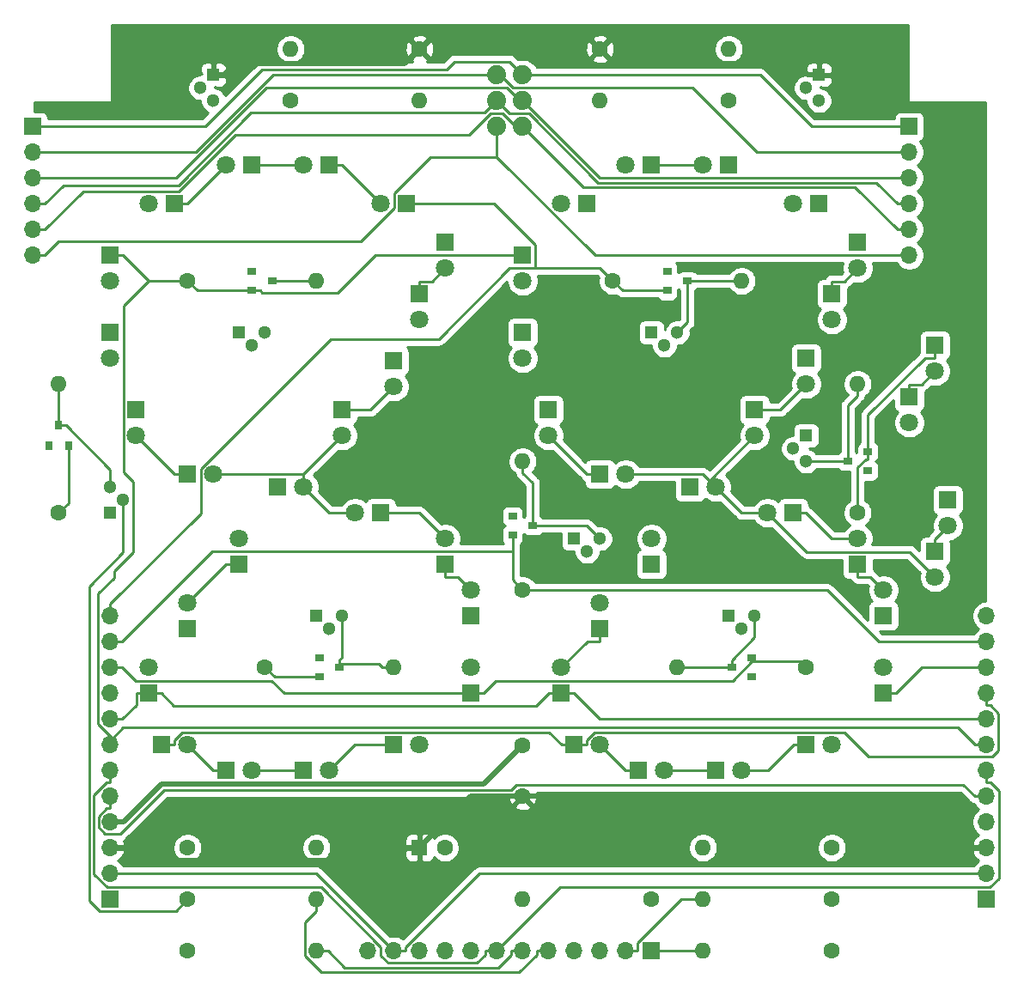
<source format=gtl>
G04 #@! TF.GenerationSoftware,KiCad,Pcbnew,5.1.5-5.1.5*
G04 #@! TF.CreationDate,2020-07-10T19:34:37+10:00*
G04 #@! TF.ProjectId,6segment,36736567-6d65-46e7-942e-6b696361645f,rev?*
G04 #@! TF.SameCoordinates,Original*
G04 #@! TF.FileFunction,Copper,L1,Top*
G04 #@! TF.FilePolarity,Positive*
%FSLAX46Y46*%
G04 Gerber Fmt 4.6, Leading zero omitted, Abs format (unit mm)*
G04 Created by KiCad (PCBNEW 5.1.5-5.1.5) date 2020-07-10 19:34:37*
%MOMM*%
%LPD*%
G04 APERTURE LIST*
%ADD10O,1.600000X1.600000*%
%ADD11C,1.600000*%
%ADD12R,1.300000X1.300000*%
%ADD13C,1.300000*%
%ADD14O,1.700000X1.700000*%
%ADD15R,1.700000X1.700000*%
%ADD16C,1.800000*%
%ADD17R,1.800000X1.800000*%
%ADD18C,1.879600*%
%ADD19R,0.900000X0.800000*%
%ADD20R,0.800000X0.900000*%
%ADD21R,1.600000X1.600000*%
%ADD22C,0.500000*%
%ADD23C,0.250000*%
%ADD24C,0.254000*%
G04 APERTURE END LIST*
D10*
X132080000Y-63500000D03*
D11*
X144780000Y-63500000D03*
D10*
X114300000Y-63500000D03*
D11*
X101600000Y-63500000D03*
D10*
X124460000Y-142240000D03*
D11*
X137160000Y-142240000D03*
D10*
X104140000Y-147320000D03*
D11*
X91440000Y-147320000D03*
D10*
X104140000Y-142240000D03*
D11*
X91440000Y-142240000D03*
D10*
X104140000Y-137160000D03*
D11*
X91440000Y-137160000D03*
D10*
X142240000Y-137160000D03*
D11*
X154940000Y-137160000D03*
D10*
X142240000Y-142240000D03*
D11*
X154940000Y-142240000D03*
D10*
X142240000Y-147320000D03*
D11*
X154940000Y-147320000D03*
D10*
X157480000Y-91440000D03*
D11*
X157480000Y-104140000D03*
D10*
X104140000Y-81280000D03*
D11*
X91440000Y-81280000D03*
D10*
X78740000Y-91440000D03*
D11*
X78740000Y-104140000D03*
D10*
X111760000Y-119380000D03*
D11*
X99060000Y-119380000D03*
D10*
X139700000Y-119380000D03*
D11*
X152400000Y-119380000D03*
D10*
X124460000Y-99060000D03*
D11*
X124460000Y-111760000D03*
D10*
X146050000Y-81280000D03*
D11*
X133350000Y-81280000D03*
D12*
X153670000Y-60960000D03*
D13*
X153670000Y-63500000D03*
X152400000Y-62230000D03*
D14*
X76200000Y-78740000D03*
X76200000Y-76200000D03*
X76200000Y-73660000D03*
X76200000Y-71120000D03*
X76200000Y-68580000D03*
D15*
X76200000Y-66040000D03*
D14*
X162560000Y-78740000D03*
X162560000Y-76200000D03*
X162560000Y-73660000D03*
X162560000Y-71120000D03*
X162560000Y-68580000D03*
D15*
X162560000Y-66040000D03*
D16*
X165100000Y-90170000D03*
D17*
X165100000Y-87630000D03*
D16*
X162560000Y-95250000D03*
D17*
X162560000Y-92710000D03*
D16*
X166370000Y-105410000D03*
D17*
X166370000Y-102870000D03*
D16*
X165100000Y-110490000D03*
D17*
X165100000Y-107950000D03*
D16*
X124460000Y-81280000D03*
D17*
X124460000Y-78740000D03*
D16*
X124460000Y-88900000D03*
D17*
X124460000Y-86360000D03*
D16*
X127000000Y-96520000D03*
D17*
X127000000Y-93980000D03*
D16*
X134620000Y-100330000D03*
D17*
X132080000Y-100330000D03*
D16*
X128270000Y-119380000D03*
D17*
X128270000Y-121920000D03*
D16*
X132080000Y-113030000D03*
D17*
X132080000Y-115570000D03*
D16*
X137160000Y-106680000D03*
D17*
X137160000Y-109220000D03*
D16*
X143510000Y-101600000D03*
D17*
X140970000Y-101600000D03*
D16*
X132080000Y-127000000D03*
D17*
X129540000Y-127000000D03*
D16*
X138430000Y-129540000D03*
D17*
X135890000Y-129540000D03*
D16*
X146050000Y-129540000D03*
D17*
X143510000Y-129540000D03*
D16*
X154940000Y-127000000D03*
D17*
X152400000Y-127000000D03*
D16*
X160020000Y-119380000D03*
D17*
X160020000Y-121920000D03*
D12*
X93980000Y-60960000D03*
D13*
X93980000Y-63500000D03*
X92710000Y-62230000D03*
D12*
X152400000Y-96520000D03*
D13*
X152400000Y-99060000D03*
X151130000Y-97790000D03*
D12*
X96520000Y-86360000D03*
D13*
X99060000Y-86360000D03*
X97790000Y-87630000D03*
D12*
X83820000Y-104140000D03*
D13*
X83820000Y-101600000D03*
X85090000Y-102870000D03*
D12*
X104140000Y-114300000D03*
D13*
X106680000Y-114300000D03*
X105410000Y-115570000D03*
D12*
X144780000Y-114300000D03*
D13*
X147320000Y-114300000D03*
X146050000Y-115570000D03*
D12*
X129540000Y-106680000D03*
D13*
X132080000Y-106680000D03*
X130810000Y-107950000D03*
D12*
X137160000Y-86360000D03*
D13*
X139700000Y-86360000D03*
X138430000Y-87630000D03*
D18*
X124460000Y-66040000D03*
X121920000Y-66040000D03*
X124460000Y-63500000D03*
X121920000Y-63500000D03*
X124460000Y-60960000D03*
X121920000Y-60960000D03*
D14*
X109220000Y-147320000D03*
X111760000Y-147320000D03*
X114300000Y-147320000D03*
X116840000Y-147320000D03*
X119380000Y-147320000D03*
X121920000Y-147320000D03*
X124460000Y-147320000D03*
X127000000Y-147320000D03*
X129540000Y-147320000D03*
X132080000Y-147320000D03*
X134620000Y-147320000D03*
D15*
X137160000Y-147320000D03*
D14*
X83820000Y-114300000D03*
X83820000Y-116840000D03*
X83820000Y-119380000D03*
X83820000Y-121920000D03*
X83820000Y-124460000D03*
X83820000Y-127000000D03*
X83820000Y-129540000D03*
X83820000Y-132080000D03*
X83820000Y-134620000D03*
X83820000Y-137160000D03*
X83820000Y-139700000D03*
D15*
X83820000Y-142240000D03*
D14*
X170180000Y-114300000D03*
X170180000Y-116840000D03*
X170180000Y-119380000D03*
X170180000Y-121920000D03*
X170180000Y-124460000D03*
X170180000Y-127000000D03*
X170180000Y-129540000D03*
X170180000Y-132080000D03*
X170180000Y-134620000D03*
X170180000Y-137160000D03*
X170180000Y-139700000D03*
D15*
X170180000Y-142240000D03*
D19*
X156480000Y-99060000D03*
X158480000Y-98110000D03*
X158480000Y-100010000D03*
X99790000Y-81280000D03*
X97790000Y-82230000D03*
X97790000Y-80330000D03*
D20*
X78740000Y-95520000D03*
X79690000Y-97520000D03*
X77790000Y-97520000D03*
D19*
X106410000Y-119380000D03*
X104410000Y-120330000D03*
X104410000Y-118430000D03*
X145050000Y-119380000D03*
X147050000Y-118430000D03*
X147050000Y-120330000D03*
X125460000Y-105410000D03*
X123460000Y-106360000D03*
X123460000Y-104460000D03*
X140700000Y-81280000D03*
X138700000Y-82230000D03*
X138700000Y-80330000D03*
D10*
X144780000Y-58420000D03*
D11*
X132080000Y-58420000D03*
D10*
X101600000Y-58420000D03*
D11*
X114300000Y-58420000D03*
D16*
X160020000Y-111760000D03*
D17*
X160020000Y-114300000D03*
D16*
X157480000Y-106680000D03*
D17*
X157480000Y-109220000D03*
D16*
X148590000Y-104140000D03*
D17*
X151130000Y-104140000D03*
D16*
X157480000Y-80010000D03*
D17*
X157480000Y-77470000D03*
D16*
X154940000Y-85090000D03*
D17*
X154940000Y-82550000D03*
D16*
X152400000Y-91440000D03*
D17*
X152400000Y-88900000D03*
D16*
X147320000Y-96520000D03*
D17*
X147320000Y-93980000D03*
D16*
X151130000Y-73660000D03*
D17*
X153670000Y-73660000D03*
D16*
X142240000Y-69850000D03*
D17*
X144780000Y-69850000D03*
D16*
X134620000Y-69850000D03*
D17*
X137160000Y-69850000D03*
D16*
X128270000Y-73660000D03*
D17*
X130810000Y-73660000D03*
D16*
X83820000Y-81280000D03*
D17*
X83820000Y-78740000D03*
D16*
X83820000Y-88900000D03*
D17*
X83820000Y-86360000D03*
D16*
X86360000Y-96520000D03*
D17*
X86360000Y-93980000D03*
D16*
X93980000Y-100330000D03*
D17*
X91440000Y-100330000D03*
D16*
X87630000Y-119380000D03*
D17*
X87630000Y-121920000D03*
D16*
X91440000Y-113030000D03*
D17*
X91440000Y-115570000D03*
D16*
X96520000Y-106680000D03*
D17*
X96520000Y-109220000D03*
D16*
X102870000Y-101600000D03*
D17*
X100330000Y-101600000D03*
D16*
X91440000Y-127000000D03*
D17*
X88900000Y-127000000D03*
D16*
X97790000Y-129540000D03*
D17*
X95250000Y-129540000D03*
D16*
X105410000Y-129540000D03*
D17*
X102870000Y-129540000D03*
D16*
X114300000Y-127000000D03*
D17*
X111760000Y-127000000D03*
D16*
X119380000Y-119380000D03*
D17*
X119380000Y-121920000D03*
D16*
X119380000Y-111760000D03*
D17*
X119380000Y-114300000D03*
D16*
X116840000Y-106680000D03*
D17*
X116840000Y-109220000D03*
D16*
X107950000Y-104140000D03*
D17*
X110490000Y-104140000D03*
D16*
X116840000Y-80010000D03*
D17*
X116840000Y-77470000D03*
D16*
X114300000Y-85090000D03*
D17*
X114300000Y-82550000D03*
D16*
X111760000Y-91694000D03*
D17*
X111760000Y-89154000D03*
D16*
X106680000Y-96520000D03*
D17*
X106680000Y-93980000D03*
D16*
X110490000Y-73660000D03*
D17*
X113030000Y-73660000D03*
D16*
X102870000Y-69850000D03*
D17*
X105410000Y-69850000D03*
D16*
X95250000Y-69850000D03*
D17*
X97790000Y-69850000D03*
D16*
X87630000Y-73660000D03*
D17*
X90170000Y-73660000D03*
D11*
X116800000Y-137160000D03*
D21*
X114300000Y-137160000D03*
D11*
X124460000Y-127080000D03*
X124460000Y-132080000D03*
D22*
X83820000Y-134620000D02*
X85120300Y-134620000D01*
X124460000Y-127080000D02*
X120649600Y-130890400D01*
X120649600Y-130890400D02*
X88849900Y-130890400D01*
X88849900Y-130890400D02*
X85120300Y-134620000D01*
D23*
X102870000Y-100330000D02*
X102870000Y-101600000D01*
X106680000Y-96520000D02*
X102870000Y-100330000D01*
X102870000Y-100330000D02*
X93980000Y-100330000D01*
X107950000Y-104140000D02*
X105410000Y-104140000D01*
X105410000Y-104140000D02*
X102870000Y-101600000D01*
X90170000Y-73660000D02*
X91440000Y-73660000D01*
X91440000Y-73660000D02*
X95250000Y-69850000D01*
X97790000Y-69850000D02*
X102870000Y-69850000D01*
X105410000Y-69850000D02*
X106680000Y-69850000D01*
X106680000Y-69850000D02*
X110490000Y-73660000D01*
X106680000Y-93980000D02*
X109474000Y-93980000D01*
X109474000Y-93980000D02*
X111760000Y-91694000D01*
X114300000Y-82550000D02*
X114300000Y-81324700D01*
X114300000Y-81324700D02*
X115525300Y-81324700D01*
X115525300Y-81324700D02*
X116840000Y-80010000D01*
X110490000Y-104140000D02*
X114300000Y-104140000D01*
X114300000Y-104140000D02*
X116840000Y-106680000D01*
X116840000Y-109220000D02*
X116840000Y-110445300D01*
X116840000Y-110445300D02*
X118065300Y-110445300D01*
X118065300Y-110445300D02*
X119380000Y-111760000D01*
X119380000Y-121920000D02*
X120605300Y-121920000D01*
X147050000Y-118792600D02*
X145147900Y-120694700D01*
X145147900Y-120694700D02*
X121830600Y-120694700D01*
X121830600Y-120694700D02*
X120605300Y-121920000D01*
X152400000Y-119380000D02*
X151812600Y-118792600D01*
X151812600Y-118792600D02*
X147050000Y-118792600D01*
X83820000Y-119380000D02*
X84995300Y-119380000D01*
X119380000Y-121920000D02*
X100963100Y-121920000D01*
X100963100Y-121920000D02*
X99737700Y-120694600D01*
X99737700Y-120694600D02*
X86309900Y-120694600D01*
X86309900Y-120694600D02*
X84995300Y-119380000D01*
X160020000Y-121920000D02*
X161245300Y-121920000D01*
X161245300Y-121920000D02*
X163785300Y-119380000D01*
X163785300Y-119380000D02*
X170180000Y-119380000D01*
X147050000Y-118430000D02*
X147050000Y-118792600D01*
X111760000Y-127000000D02*
X107950000Y-127000000D01*
X107950000Y-127000000D02*
X105410000Y-129540000D01*
X102870000Y-129540000D02*
X97790000Y-129540000D01*
X95250000Y-129540000D02*
X93980000Y-129540000D01*
X93980000Y-129540000D02*
X91440000Y-127000000D01*
X129540000Y-127000000D02*
X128314700Y-127000000D01*
X88900000Y-127000000D02*
X90125300Y-127000000D01*
X90125300Y-127000000D02*
X90125300Y-126540500D01*
X90125300Y-126540500D02*
X90891100Y-125774700D01*
X90891100Y-125774700D02*
X127089400Y-125774700D01*
X127089400Y-125774700D02*
X128314700Y-127000000D01*
X129540000Y-127000000D02*
X130765300Y-127000000D01*
X130765300Y-127000000D02*
X130765300Y-126540500D01*
X130765300Y-126540500D02*
X131546900Y-125758900D01*
X131546900Y-125758900D02*
X156165400Y-125758900D01*
X156165400Y-125758900D02*
X158584300Y-128177800D01*
X158584300Y-128177800D02*
X170710400Y-128177800D01*
X170710400Y-128177800D02*
X171355300Y-127532900D01*
X171355300Y-127532900D02*
X171355300Y-123903200D01*
X171355300Y-123903200D02*
X170547400Y-123095300D01*
X170547400Y-123095300D02*
X170180000Y-123095300D01*
X170180000Y-121920000D02*
X170180000Y-123095300D01*
X104410000Y-120330000D02*
X100010000Y-120330000D01*
X100010000Y-120330000D02*
X99060000Y-119380000D01*
X96520000Y-109220000D02*
X95250000Y-109220000D01*
X95250000Y-109220000D02*
X91440000Y-113030000D01*
X79690000Y-97520000D02*
X79690000Y-103190000D01*
X79690000Y-103190000D02*
X78740000Y-104140000D01*
X128270000Y-121920000D02*
X129495300Y-121920000D01*
X129495300Y-121920000D02*
X132035300Y-124460000D01*
X132035300Y-124460000D02*
X170180000Y-124460000D01*
X127657400Y-121920000D02*
X128270000Y-121920000D01*
X87630000Y-121920000D02*
X86404700Y-121920000D01*
X83820000Y-124460000D02*
X84995300Y-124460000D01*
X84995300Y-124460000D02*
X86404700Y-123050600D01*
X86404700Y-123050600D02*
X86404700Y-121920000D01*
X127657400Y-121920000D02*
X127044700Y-121920000D01*
X87630000Y-121920000D02*
X88855300Y-121920000D01*
X88855300Y-121920000D02*
X90080600Y-123145300D01*
X90080600Y-123145300D02*
X125819400Y-123145300D01*
X125819400Y-123145300D02*
X127044700Y-121920000D01*
X91440000Y-100330000D02*
X90170000Y-100330000D01*
X90170000Y-100330000D02*
X86360000Y-96520000D01*
X142875000Y-100965000D02*
X143510000Y-101600000D01*
X134620000Y-100330000D02*
X142240000Y-100330000D01*
X142240000Y-100330000D02*
X142875000Y-100965000D01*
X147320000Y-96520000D02*
X142875000Y-100965000D01*
X148590000Y-104140000D02*
X152444600Y-107994600D01*
X152444600Y-107994600D02*
X162604600Y-107994600D01*
X162604600Y-107994600D02*
X165100000Y-110490000D01*
X148590000Y-104140000D02*
X146050000Y-104140000D01*
X146050000Y-104140000D02*
X143510000Y-101600000D01*
X137160000Y-69850000D02*
X142240000Y-69850000D01*
X147320000Y-93980000D02*
X149860000Y-93980000D01*
X149860000Y-93980000D02*
X152400000Y-91440000D01*
X154940000Y-82550000D02*
X154940000Y-81324700D01*
X154940000Y-81324700D02*
X156165300Y-81324700D01*
X156165300Y-81324700D02*
X157480000Y-80010000D01*
X151130000Y-104140000D02*
X152355300Y-104140000D01*
X152355300Y-104140000D02*
X154895300Y-106680000D01*
X154895300Y-106680000D02*
X157480000Y-106680000D01*
X157480000Y-109220000D02*
X157480000Y-110445300D01*
X157480000Y-110445300D02*
X158705300Y-110445300D01*
X158705300Y-110445300D02*
X160020000Y-111760000D01*
X152400000Y-127000000D02*
X151174700Y-127000000D01*
X151174700Y-127000000D02*
X148634700Y-129540000D01*
X148634700Y-129540000D02*
X146050000Y-129540000D01*
X143510000Y-129540000D02*
X138430000Y-129540000D01*
X135890000Y-129540000D02*
X134620000Y-129540000D01*
X134620000Y-129540000D02*
X132080000Y-127000000D01*
X132080000Y-115570000D02*
X132080000Y-116795300D01*
X132080000Y-116795300D02*
X130854700Y-116795300D01*
X130854700Y-116795300D02*
X128270000Y-119380000D01*
X132080000Y-100330000D02*
X130810000Y-100330000D01*
X130810000Y-100330000D02*
X127000000Y-96520000D01*
X165100000Y-107950000D02*
X165100000Y-106724700D01*
X165100000Y-106724700D02*
X166370000Y-105454700D01*
X166370000Y-105454700D02*
X166370000Y-105410000D01*
X162560000Y-92710000D02*
X162560000Y-91484700D01*
X162560000Y-91484700D02*
X163785300Y-91484700D01*
X163785300Y-91484700D02*
X165100000Y-90170000D01*
X83820000Y-133255300D02*
X83452600Y-133255300D01*
X83452600Y-133255300D02*
X82644700Y-134063200D01*
X82644700Y-134063200D02*
X82644700Y-135133000D01*
X82644700Y-135133000D02*
X83307100Y-135795400D01*
X83307100Y-135795400D02*
X84770100Y-135795400D01*
X84770100Y-135795400D02*
X89099700Y-131465800D01*
X89099700Y-131465800D02*
X123334600Y-131465800D01*
X123334600Y-131465800D02*
X123845800Y-130954600D01*
X123845800Y-130954600D02*
X167879300Y-130954600D01*
X167879300Y-130954600D02*
X169004700Y-132080000D01*
X83820000Y-132080000D02*
X83820000Y-133255300D01*
X170180000Y-132080000D02*
X169004700Y-132080000D01*
X165100000Y-87630000D02*
X165100000Y-88855300D01*
X165100000Y-88855300D02*
X164104400Y-88855300D01*
X164104400Y-88855300D02*
X158480000Y-94479700D01*
X158480000Y-94479700D02*
X158480000Y-98110000D01*
X158480000Y-98835300D02*
X158298700Y-98835300D01*
X158298700Y-98835300D02*
X157480000Y-99654000D01*
X157480000Y-99654000D02*
X157480000Y-104140000D01*
X158480000Y-98110000D02*
X158480000Y-98835300D01*
X121920000Y-69065200D02*
X131594800Y-78740000D01*
X131594800Y-78740000D02*
X162560000Y-78740000D01*
X121920000Y-66040000D02*
X121920000Y-69065200D01*
X121920000Y-69065200D02*
X115361000Y-69065200D01*
X115361000Y-69065200D02*
X111804600Y-72621600D01*
X111804600Y-72621600D02*
X111804600Y-74107300D01*
X111804600Y-74107300D02*
X108536500Y-77375400D01*
X108536500Y-77375400D02*
X78739900Y-77375400D01*
X78739900Y-77375400D02*
X77375300Y-78740000D01*
X76200000Y-78740000D02*
X77375300Y-78740000D01*
X124460000Y-66040000D02*
X130440800Y-72020800D01*
X130440800Y-72020800D02*
X157205500Y-72020800D01*
X157205500Y-72020800D02*
X161384700Y-76200000D01*
X77375300Y-76200000D02*
X81140700Y-72434600D01*
X81140700Y-72434600D02*
X90567800Y-72434600D01*
X90567800Y-72434600D02*
X96147800Y-66854600D01*
X96147800Y-66854600D02*
X119202300Y-66854600D01*
X119202300Y-66854600D02*
X121286900Y-64770000D01*
X121286900Y-64770000D02*
X122496200Y-64770000D01*
X122496200Y-64770000D02*
X123766200Y-66040000D01*
X123766200Y-66040000D02*
X124460000Y-66040000D01*
X162560000Y-76200000D02*
X161384700Y-76200000D01*
X76200000Y-76200000D02*
X77375300Y-76200000D01*
X121920000Y-63500000D02*
X120715900Y-64704100D01*
X120715900Y-64704100D02*
X97661400Y-64704100D01*
X97661400Y-64704100D02*
X90520400Y-71845100D01*
X90520400Y-71845100D02*
X79190200Y-71845100D01*
X79190200Y-71845100D02*
X77375300Y-73660000D01*
X76200000Y-73660000D02*
X77375300Y-73660000D01*
X161384700Y-73660000D02*
X159295100Y-71570400D01*
X159295100Y-71570400D02*
X131893500Y-71570400D01*
X131893500Y-71570400D02*
X125092700Y-64769600D01*
X125092700Y-64769600D02*
X123189600Y-64769600D01*
X123189600Y-64769600D02*
X121920000Y-63500000D01*
X162560000Y-73660000D02*
X161384700Y-73660000D01*
X76200000Y-71120000D02*
X90317600Y-71120000D01*
X90317600Y-71120000D02*
X99207600Y-62230000D01*
X99207600Y-62230000D02*
X122871500Y-62230000D01*
X122871500Y-62230000D02*
X124141400Y-63499900D01*
X124141400Y-63499900D02*
X124460000Y-63499900D01*
X124460000Y-63499900D02*
X124460000Y-63500000D01*
X162560000Y-71120000D02*
X132080000Y-71120000D01*
X132080000Y-71120000D02*
X124460000Y-63500000D01*
X121920000Y-60960000D02*
X99840700Y-60960000D01*
X99840700Y-60960000D02*
X92220700Y-68580000D01*
X92220700Y-68580000D02*
X76200000Y-68580000D01*
X162560000Y-68580000D02*
X147556800Y-68580000D01*
X147556800Y-68580000D02*
X141206800Y-62230000D01*
X141206800Y-62230000D02*
X123508400Y-62230000D01*
X123508400Y-62230000D02*
X122238400Y-60960000D01*
X122238400Y-60960000D02*
X121920000Y-60960000D01*
X124460000Y-60960000D02*
X123143400Y-59643400D01*
X123143400Y-59643400D02*
X117774400Y-59643400D01*
X117774400Y-59643400D02*
X116982700Y-60435100D01*
X116982700Y-60435100D02*
X98797000Y-60435100D01*
X98797000Y-60435100D02*
X93192100Y-66040000D01*
X93192100Y-66040000D02*
X76200000Y-66040000D01*
X162560000Y-66040000D02*
X152927900Y-66040000D01*
X152927900Y-66040000D02*
X147847900Y-60960000D01*
X147847900Y-60960000D02*
X124460000Y-60960000D01*
X83820000Y-139700000D02*
X104140000Y-139700000D01*
X104140000Y-139700000D02*
X111760000Y-147320000D01*
X111760000Y-147320000D02*
X112935300Y-147320000D01*
X170180000Y-139700000D02*
X120188000Y-139700000D01*
X120188000Y-139700000D02*
X112935300Y-146952700D01*
X112935300Y-146952700D02*
X112935300Y-147320000D01*
D22*
X153670000Y-60960000D02*
X152569700Y-60960000D01*
X132080000Y-58420000D02*
X133519700Y-59859700D01*
X133519700Y-59859700D02*
X151469400Y-59859700D01*
X151469400Y-59859700D02*
X152569700Y-60960000D01*
X124460000Y-132080000D02*
X163799700Y-132080000D01*
X163799700Y-132080000D02*
X168879700Y-137160000D01*
X170180000Y-137160000D02*
X168879700Y-137160000D01*
X114300000Y-137160000D02*
X119380000Y-132080000D01*
X119380000Y-132080000D02*
X124460000Y-132080000D01*
X93980000Y-60960000D02*
X95080300Y-60960000D01*
X114300000Y-58420000D02*
X112860300Y-59859700D01*
X112860300Y-59859700D02*
X96180600Y-59859700D01*
X96180600Y-59859700D02*
X95080300Y-60960000D01*
X114300000Y-137160000D02*
X113049700Y-137160000D01*
X83820000Y-137160000D02*
X85120300Y-137160000D01*
X85120300Y-137160000D02*
X86370600Y-138410300D01*
X86370600Y-138410300D02*
X111799400Y-138410300D01*
X111799400Y-138410300D02*
X113049700Y-137160000D01*
D23*
X83820000Y-129540000D02*
X83820000Y-130715300D01*
X121920000Y-147320000D02*
X120744700Y-147320000D01*
X120744700Y-147320000D02*
X120744700Y-147687300D01*
X120744700Y-147687300D02*
X119925500Y-148506500D01*
X119925500Y-148506500D02*
X111199500Y-148506500D01*
X111199500Y-148506500D02*
X110490000Y-147797000D01*
X110490000Y-147797000D02*
X110490000Y-146927700D01*
X110490000Y-146927700D02*
X104626900Y-141064600D01*
X104626900Y-141064600D02*
X83521300Y-141064600D01*
X83521300Y-141064600D02*
X82192500Y-139735800D01*
X82192500Y-139735800D02*
X82192500Y-131975500D01*
X82192500Y-131975500D02*
X83452700Y-130715300D01*
X83452700Y-130715300D02*
X83820000Y-130715300D01*
X170180000Y-130715300D02*
X170547300Y-130715300D01*
X170547300Y-130715300D02*
X171384700Y-131552700D01*
X171384700Y-131552700D02*
X171384700Y-140203600D01*
X171384700Y-140203600D02*
X170523700Y-141064600D01*
X170523700Y-141064600D02*
X128175400Y-141064600D01*
X128175400Y-141064600D02*
X121920000Y-147320000D01*
X170180000Y-129540000D02*
X170180000Y-130715300D01*
X105265300Y-147320000D02*
X106902200Y-148956900D01*
X106902200Y-148956900D02*
X122015100Y-148956900D01*
X122015100Y-148956900D02*
X123284700Y-147687300D01*
X123284700Y-147687300D02*
X123284700Y-147320000D01*
X104140000Y-147320000D02*
X105265300Y-147320000D01*
X124460000Y-147320000D02*
X123284700Y-147320000D01*
X104140000Y-143365300D02*
X103014700Y-144490600D01*
X103014700Y-144490600D02*
X103014700Y-147797600D01*
X103014700Y-147797600D02*
X104624300Y-149407200D01*
X104624300Y-149407200D02*
X124104800Y-149407200D01*
X124104800Y-149407200D02*
X125824700Y-147687300D01*
X125824700Y-147687300D02*
X125824700Y-147320000D01*
X104140000Y-142240000D02*
X104140000Y-143365300D01*
X127000000Y-147320000D02*
X125824700Y-147320000D01*
X135795300Y-147320000D02*
X135795300Y-146512000D01*
X135795300Y-146512000D02*
X140067300Y-142240000D01*
X140067300Y-142240000D02*
X142240000Y-142240000D01*
X134620000Y-147320000D02*
X135795300Y-147320000D01*
X137160000Y-147320000D02*
X142240000Y-147320000D01*
X140700000Y-81280000D02*
X140700000Y-85360000D01*
X140700000Y-85360000D02*
X139700000Y-86360000D01*
X140700000Y-81280000D02*
X144924700Y-81280000D01*
X146050000Y-81280000D02*
X144924700Y-81280000D01*
X132080000Y-106680000D02*
X130810000Y-105410000D01*
X130810000Y-105410000D02*
X125460000Y-105410000D01*
X124460000Y-99060000D02*
X124460000Y-100185300D01*
X125460000Y-105410000D02*
X125460000Y-101185300D01*
X125460000Y-101185300D02*
X124460000Y-100185300D01*
X145050000Y-119380000D02*
X145050000Y-118654700D01*
X145050000Y-119380000D02*
X140825300Y-119380000D01*
X139700000Y-119380000D02*
X140825300Y-119380000D01*
X147320000Y-114300000D02*
X147320000Y-116384700D01*
X147320000Y-116384700D02*
X145050000Y-118654700D01*
X111760000Y-119380000D02*
X110634700Y-119380000D01*
X106410000Y-119017300D02*
X110272000Y-119017300D01*
X110272000Y-119017300D02*
X110634700Y-119380000D01*
X106410000Y-119017300D02*
X106410000Y-118654700D01*
X106410000Y-119380000D02*
X106410000Y-119017300D01*
X106410000Y-118654700D02*
X106680000Y-118384700D01*
X106680000Y-118384700D02*
X106680000Y-114300000D01*
X78740000Y-95520000D02*
X79465300Y-95520000D01*
X83820000Y-101600000D02*
X83820000Y-99874700D01*
X83820000Y-99874700D02*
X79465300Y-95520000D01*
X78740000Y-95520000D02*
X78740000Y-91440000D01*
X85090000Y-102870000D02*
X85090000Y-108051400D01*
X85090000Y-108051400D02*
X81734700Y-111406700D01*
X81734700Y-111406700D02*
X81734700Y-142359300D01*
X81734700Y-142359300D02*
X82790800Y-143415400D01*
X82790800Y-143415400D02*
X90264600Y-143415400D01*
X90264600Y-143415400D02*
X91440000Y-142240000D01*
X99790000Y-81280000D02*
X104140000Y-81280000D01*
X156480000Y-99060000D02*
X156480000Y-93565300D01*
X156480000Y-93565300D02*
X157480000Y-92565300D01*
X157480000Y-91440000D02*
X157480000Y-92565300D01*
X156480000Y-99060000D02*
X152400000Y-99060000D01*
X138700000Y-82230000D02*
X134300000Y-82230000D01*
X134300000Y-82230000D02*
X133350000Y-81280000D01*
X125730000Y-80010000D02*
X123190000Y-80010000D01*
X123190000Y-80010000D02*
X116209900Y-86990100D01*
X116209900Y-86990100D02*
X105575500Y-86990100D01*
X105575500Y-86990100D02*
X92754600Y-99811000D01*
X92754600Y-99811000D02*
X92754600Y-104190100D01*
X92754600Y-104190100D02*
X83820000Y-113124700D01*
X133350000Y-81280000D02*
X132080000Y-80010000D01*
X132080000Y-80010000D02*
X125730000Y-80010000D01*
X113030000Y-73660000D02*
X121662100Y-73660000D01*
X121662100Y-73660000D02*
X125730000Y-77727900D01*
X125730000Y-77727900D02*
X125730000Y-80010000D01*
X83820000Y-114300000D02*
X83820000Y-113124700D01*
X83820000Y-116840000D02*
X84995300Y-116840000D01*
X123460000Y-107950000D02*
X93885300Y-107950000D01*
X93885300Y-107950000D02*
X84995300Y-116840000D01*
X123460000Y-107950000D02*
X123460000Y-110760000D01*
X123460000Y-110760000D02*
X124460000Y-111760000D01*
X123460000Y-106360000D02*
X123460000Y-107950000D01*
X170180000Y-116840000D02*
X159557100Y-116840000D01*
X159557100Y-116840000D02*
X154477100Y-111760000D01*
X154477100Y-111760000D02*
X124460000Y-111760000D01*
X84029700Y-126369900D02*
X82635600Y-124975900D01*
X82635600Y-124975900D02*
X82635600Y-112123100D01*
X82635600Y-112123100D02*
X84220000Y-110538700D01*
X84220000Y-110538700D02*
X84220000Y-109901800D01*
X84220000Y-109901800D02*
X86076600Y-108045200D01*
X86076600Y-108045200D02*
X86076600Y-101086300D01*
X86076600Y-101086300D02*
X85134600Y-100144300D01*
X85134600Y-100144300D02*
X85134600Y-83730700D01*
X85134600Y-83730700D02*
X87585300Y-81280000D01*
X84029700Y-126369900D02*
X85091100Y-125308500D01*
X85091100Y-125308500D02*
X167313200Y-125308500D01*
X167313200Y-125308500D02*
X169004700Y-127000000D01*
X83820000Y-127000000D02*
X83820000Y-126579600D01*
X83820000Y-126579600D02*
X84029700Y-126369900D01*
X170180000Y-127000000D02*
X169004700Y-127000000D01*
X87585300Y-81280000D02*
X85045300Y-78740000D01*
X91440000Y-81280000D02*
X87585300Y-81280000D01*
X97790000Y-82230000D02*
X92390000Y-82230000D01*
X92390000Y-82230000D02*
X91440000Y-81280000D01*
X83820000Y-78740000D02*
X85045300Y-78740000D01*
X97790000Y-82230000D02*
X98565300Y-82230000D01*
X124460000Y-78740000D02*
X109918400Y-78740000D01*
X109918400Y-78740000D02*
X106248100Y-82410300D01*
X106248100Y-82410300D02*
X98745600Y-82410300D01*
X98745600Y-82410300D02*
X98565300Y-82230000D01*
D24*
G36*
X114427000Y-147193000D02*
G01*
X114447000Y-147193000D01*
X114447000Y-147447000D01*
X114427000Y-147447000D01*
X114427000Y-147467000D01*
X114173000Y-147467000D01*
X114173000Y-147447000D01*
X114153000Y-147447000D01*
X114153000Y-147193000D01*
X114173000Y-147193000D01*
X114173000Y-147173000D01*
X114427000Y-147173000D01*
X114427000Y-147193000D01*
G37*
X114427000Y-147193000D02*
X114447000Y-147193000D01*
X114447000Y-147447000D01*
X114427000Y-147447000D01*
X114427000Y-147467000D01*
X114173000Y-147467000D01*
X114173000Y-147447000D01*
X114153000Y-147447000D01*
X114153000Y-147193000D01*
X114173000Y-147193000D01*
X114173000Y-147173000D01*
X114427000Y-147173000D01*
X114427000Y-147193000D01*
G36*
X168440901Y-132591003D02*
G01*
X168464699Y-132620001D01*
X168493697Y-132643799D01*
X168580423Y-132714974D01*
X168708459Y-132783411D01*
X168712453Y-132785546D01*
X168855714Y-132829003D01*
X168897204Y-132833089D01*
X169026525Y-133026632D01*
X169233368Y-133233475D01*
X169407760Y-133350000D01*
X169233368Y-133466525D01*
X169026525Y-133673368D01*
X168864010Y-133916589D01*
X168752068Y-134186842D01*
X168695000Y-134473740D01*
X168695000Y-134766260D01*
X168752068Y-135053158D01*
X168864010Y-135323411D01*
X169026525Y-135566632D01*
X169233368Y-135773475D01*
X169415534Y-135895195D01*
X169298645Y-135964822D01*
X169082412Y-136159731D01*
X168908359Y-136393080D01*
X168783175Y-136655901D01*
X168738524Y-136803110D01*
X168859845Y-137033000D01*
X170053000Y-137033000D01*
X170053000Y-137287000D01*
X168859845Y-137287000D01*
X168738524Y-137516890D01*
X168783175Y-137664099D01*
X168908359Y-137926920D01*
X169082412Y-138160269D01*
X169298645Y-138355178D01*
X169415534Y-138424805D01*
X169233368Y-138546525D01*
X169026525Y-138753368D01*
X168901822Y-138940000D01*
X120225325Y-138940000D01*
X120188000Y-138936324D01*
X120150675Y-138940000D01*
X120150667Y-138940000D01*
X120039014Y-138950997D01*
X119895753Y-138994454D01*
X119763724Y-139065026D01*
X119647999Y-139159999D01*
X119624201Y-139188997D01*
X112670690Y-146142509D01*
X112463411Y-146004010D01*
X112193158Y-145892068D01*
X111906260Y-145835000D01*
X111613740Y-145835000D01*
X111393592Y-145878790D01*
X104703804Y-139189003D01*
X104680001Y-139159999D01*
X104564276Y-139065026D01*
X104432247Y-138994454D01*
X104288986Y-138950997D01*
X104177333Y-138940000D01*
X104177322Y-138940000D01*
X104140000Y-138936324D01*
X104102678Y-138940000D01*
X85098178Y-138940000D01*
X84973475Y-138753368D01*
X84766632Y-138546525D01*
X84584466Y-138424805D01*
X84701355Y-138355178D01*
X84917588Y-138160269D01*
X85091641Y-137926920D01*
X85216825Y-137664099D01*
X85261476Y-137516890D01*
X85140155Y-137287000D01*
X83947000Y-137287000D01*
X83947000Y-137307000D01*
X83693000Y-137307000D01*
X83693000Y-137287000D01*
X83673000Y-137287000D01*
X83673000Y-137033000D01*
X83693000Y-137033000D01*
X83693000Y-137013000D01*
X83947000Y-137013000D01*
X83947000Y-137033000D01*
X85140155Y-137033000D01*
X85147720Y-137018665D01*
X90005000Y-137018665D01*
X90005000Y-137301335D01*
X90060147Y-137578574D01*
X90168320Y-137839727D01*
X90325363Y-138074759D01*
X90525241Y-138274637D01*
X90760273Y-138431680D01*
X91021426Y-138539853D01*
X91298665Y-138595000D01*
X91581335Y-138595000D01*
X91858574Y-138539853D01*
X92119727Y-138431680D01*
X92354759Y-138274637D01*
X92554637Y-138074759D01*
X92711680Y-137839727D01*
X92819853Y-137578574D01*
X92875000Y-137301335D01*
X92875000Y-137018665D01*
X102705000Y-137018665D01*
X102705000Y-137301335D01*
X102760147Y-137578574D01*
X102868320Y-137839727D01*
X103025363Y-138074759D01*
X103225241Y-138274637D01*
X103460273Y-138431680D01*
X103721426Y-138539853D01*
X103998665Y-138595000D01*
X104281335Y-138595000D01*
X104558574Y-138539853D01*
X104819727Y-138431680D01*
X105054759Y-138274637D01*
X105254637Y-138074759D01*
X105331316Y-137960000D01*
X112861928Y-137960000D01*
X112874188Y-138084482D01*
X112910498Y-138204180D01*
X112969463Y-138314494D01*
X113048815Y-138411185D01*
X113145506Y-138490537D01*
X113255820Y-138549502D01*
X113375518Y-138585812D01*
X113500000Y-138598072D01*
X114014250Y-138595000D01*
X114173000Y-138436250D01*
X114173000Y-137287000D01*
X113023750Y-137287000D01*
X112865000Y-137445750D01*
X112861928Y-137960000D01*
X105331316Y-137960000D01*
X105411680Y-137839727D01*
X105519853Y-137578574D01*
X105575000Y-137301335D01*
X105575000Y-137018665D01*
X105519853Y-136741426D01*
X105411680Y-136480273D01*
X105331317Y-136360000D01*
X112861928Y-136360000D01*
X112865000Y-136874250D01*
X113023750Y-137033000D01*
X114173000Y-137033000D01*
X114173000Y-135883750D01*
X114427000Y-135883750D01*
X114427000Y-137033000D01*
X114447000Y-137033000D01*
X114447000Y-137287000D01*
X114427000Y-137287000D01*
X114427000Y-138436250D01*
X114585750Y-138595000D01*
X115100000Y-138598072D01*
X115224482Y-138585812D01*
X115344180Y-138549502D01*
X115454494Y-138490537D01*
X115551185Y-138411185D01*
X115630537Y-138314494D01*
X115689502Y-138204180D01*
X115718661Y-138108057D01*
X115885241Y-138274637D01*
X116120273Y-138431680D01*
X116381426Y-138539853D01*
X116658665Y-138595000D01*
X116941335Y-138595000D01*
X117218574Y-138539853D01*
X117479727Y-138431680D01*
X117714759Y-138274637D01*
X117914637Y-138074759D01*
X118071680Y-137839727D01*
X118179853Y-137578574D01*
X118235000Y-137301335D01*
X118235000Y-137018665D01*
X140805000Y-137018665D01*
X140805000Y-137301335D01*
X140860147Y-137578574D01*
X140968320Y-137839727D01*
X141125363Y-138074759D01*
X141325241Y-138274637D01*
X141560273Y-138431680D01*
X141821426Y-138539853D01*
X142098665Y-138595000D01*
X142381335Y-138595000D01*
X142658574Y-138539853D01*
X142919727Y-138431680D01*
X143154759Y-138274637D01*
X143354637Y-138074759D01*
X143511680Y-137839727D01*
X143619853Y-137578574D01*
X143675000Y-137301335D01*
X143675000Y-137018665D01*
X153505000Y-137018665D01*
X153505000Y-137301335D01*
X153560147Y-137578574D01*
X153668320Y-137839727D01*
X153825363Y-138074759D01*
X154025241Y-138274637D01*
X154260273Y-138431680D01*
X154521426Y-138539853D01*
X154798665Y-138595000D01*
X155081335Y-138595000D01*
X155358574Y-138539853D01*
X155619727Y-138431680D01*
X155854759Y-138274637D01*
X156054637Y-138074759D01*
X156211680Y-137839727D01*
X156319853Y-137578574D01*
X156375000Y-137301335D01*
X156375000Y-137018665D01*
X156319853Y-136741426D01*
X156211680Y-136480273D01*
X156054637Y-136245241D01*
X155854759Y-136045363D01*
X155619727Y-135888320D01*
X155358574Y-135780147D01*
X155081335Y-135725000D01*
X154798665Y-135725000D01*
X154521426Y-135780147D01*
X154260273Y-135888320D01*
X154025241Y-136045363D01*
X153825363Y-136245241D01*
X153668320Y-136480273D01*
X153560147Y-136741426D01*
X153505000Y-137018665D01*
X143675000Y-137018665D01*
X143619853Y-136741426D01*
X143511680Y-136480273D01*
X143354637Y-136245241D01*
X143154759Y-136045363D01*
X142919727Y-135888320D01*
X142658574Y-135780147D01*
X142381335Y-135725000D01*
X142098665Y-135725000D01*
X141821426Y-135780147D01*
X141560273Y-135888320D01*
X141325241Y-136045363D01*
X141125363Y-136245241D01*
X140968320Y-136480273D01*
X140860147Y-136741426D01*
X140805000Y-137018665D01*
X118235000Y-137018665D01*
X118179853Y-136741426D01*
X118071680Y-136480273D01*
X117914637Y-136245241D01*
X117714759Y-136045363D01*
X117479727Y-135888320D01*
X117218574Y-135780147D01*
X116941335Y-135725000D01*
X116658665Y-135725000D01*
X116381426Y-135780147D01*
X116120273Y-135888320D01*
X115885241Y-136045363D01*
X115718661Y-136211943D01*
X115689502Y-136115820D01*
X115630537Y-136005506D01*
X115551185Y-135908815D01*
X115454494Y-135829463D01*
X115344180Y-135770498D01*
X115224482Y-135734188D01*
X115100000Y-135721928D01*
X114585750Y-135725000D01*
X114427000Y-135883750D01*
X114173000Y-135883750D01*
X114014250Y-135725000D01*
X113500000Y-135721928D01*
X113375518Y-135734188D01*
X113255820Y-135770498D01*
X113145506Y-135829463D01*
X113048815Y-135908815D01*
X112969463Y-136005506D01*
X112910498Y-136115820D01*
X112874188Y-136235518D01*
X112861928Y-136360000D01*
X105331317Y-136360000D01*
X105254637Y-136245241D01*
X105054759Y-136045363D01*
X104819727Y-135888320D01*
X104558574Y-135780147D01*
X104281335Y-135725000D01*
X103998665Y-135725000D01*
X103721426Y-135780147D01*
X103460273Y-135888320D01*
X103225241Y-136045363D01*
X103025363Y-136245241D01*
X102868320Y-136480273D01*
X102760147Y-136741426D01*
X102705000Y-137018665D01*
X92875000Y-137018665D01*
X92819853Y-136741426D01*
X92711680Y-136480273D01*
X92554637Y-136245241D01*
X92354759Y-136045363D01*
X92119727Y-135888320D01*
X91858574Y-135780147D01*
X91581335Y-135725000D01*
X91298665Y-135725000D01*
X91021426Y-135780147D01*
X90760273Y-135888320D01*
X90525241Y-136045363D01*
X90325363Y-136245241D01*
X90168320Y-136480273D01*
X90060147Y-136741426D01*
X90005000Y-137018665D01*
X85147720Y-137018665D01*
X85261476Y-136803110D01*
X85216825Y-136655901D01*
X85126648Y-136466576D01*
X85194376Y-136430374D01*
X85310101Y-136335401D01*
X85333904Y-136306397D01*
X88567599Y-133072702D01*
X123646903Y-133072702D01*
X123718486Y-133316671D01*
X123973996Y-133437571D01*
X124248184Y-133506300D01*
X124530512Y-133520217D01*
X124810130Y-133478787D01*
X125076292Y-133383603D01*
X125201514Y-133316671D01*
X125273097Y-133072702D01*
X124460000Y-132259605D01*
X123646903Y-133072702D01*
X88567599Y-133072702D01*
X89414502Y-132225800D01*
X123030938Y-132225800D01*
X123061213Y-132430130D01*
X123156397Y-132696292D01*
X123223329Y-132821514D01*
X123467298Y-132893097D01*
X124280395Y-132080000D01*
X124266253Y-132065858D01*
X124445858Y-131886253D01*
X124460000Y-131900395D01*
X124474143Y-131886253D01*
X124653748Y-132065858D01*
X124639605Y-132080000D01*
X125452702Y-132893097D01*
X125696671Y-132821514D01*
X125817571Y-132566004D01*
X125886300Y-132291816D01*
X125900217Y-132009488D01*
X125858787Y-131729870D01*
X125853326Y-131714600D01*
X167564499Y-131714600D01*
X168440901Y-132591003D01*
G37*
X168440901Y-132591003D02*
X168464699Y-132620001D01*
X168493697Y-132643799D01*
X168580423Y-132714974D01*
X168708459Y-132783411D01*
X168712453Y-132785546D01*
X168855714Y-132829003D01*
X168897204Y-132833089D01*
X169026525Y-133026632D01*
X169233368Y-133233475D01*
X169407760Y-133350000D01*
X169233368Y-133466525D01*
X169026525Y-133673368D01*
X168864010Y-133916589D01*
X168752068Y-134186842D01*
X168695000Y-134473740D01*
X168695000Y-134766260D01*
X168752068Y-135053158D01*
X168864010Y-135323411D01*
X169026525Y-135566632D01*
X169233368Y-135773475D01*
X169415534Y-135895195D01*
X169298645Y-135964822D01*
X169082412Y-136159731D01*
X168908359Y-136393080D01*
X168783175Y-136655901D01*
X168738524Y-136803110D01*
X168859845Y-137033000D01*
X170053000Y-137033000D01*
X170053000Y-137287000D01*
X168859845Y-137287000D01*
X168738524Y-137516890D01*
X168783175Y-137664099D01*
X168908359Y-137926920D01*
X169082412Y-138160269D01*
X169298645Y-138355178D01*
X169415534Y-138424805D01*
X169233368Y-138546525D01*
X169026525Y-138753368D01*
X168901822Y-138940000D01*
X120225325Y-138940000D01*
X120188000Y-138936324D01*
X120150675Y-138940000D01*
X120150667Y-138940000D01*
X120039014Y-138950997D01*
X119895753Y-138994454D01*
X119763724Y-139065026D01*
X119647999Y-139159999D01*
X119624201Y-139188997D01*
X112670690Y-146142509D01*
X112463411Y-146004010D01*
X112193158Y-145892068D01*
X111906260Y-145835000D01*
X111613740Y-145835000D01*
X111393592Y-145878790D01*
X104703804Y-139189003D01*
X104680001Y-139159999D01*
X104564276Y-139065026D01*
X104432247Y-138994454D01*
X104288986Y-138950997D01*
X104177333Y-138940000D01*
X104177322Y-138940000D01*
X104140000Y-138936324D01*
X104102678Y-138940000D01*
X85098178Y-138940000D01*
X84973475Y-138753368D01*
X84766632Y-138546525D01*
X84584466Y-138424805D01*
X84701355Y-138355178D01*
X84917588Y-138160269D01*
X85091641Y-137926920D01*
X85216825Y-137664099D01*
X85261476Y-137516890D01*
X85140155Y-137287000D01*
X83947000Y-137287000D01*
X83947000Y-137307000D01*
X83693000Y-137307000D01*
X83693000Y-137287000D01*
X83673000Y-137287000D01*
X83673000Y-137033000D01*
X83693000Y-137033000D01*
X83693000Y-137013000D01*
X83947000Y-137013000D01*
X83947000Y-137033000D01*
X85140155Y-137033000D01*
X85147720Y-137018665D01*
X90005000Y-137018665D01*
X90005000Y-137301335D01*
X90060147Y-137578574D01*
X90168320Y-137839727D01*
X90325363Y-138074759D01*
X90525241Y-138274637D01*
X90760273Y-138431680D01*
X91021426Y-138539853D01*
X91298665Y-138595000D01*
X91581335Y-138595000D01*
X91858574Y-138539853D01*
X92119727Y-138431680D01*
X92354759Y-138274637D01*
X92554637Y-138074759D01*
X92711680Y-137839727D01*
X92819853Y-137578574D01*
X92875000Y-137301335D01*
X92875000Y-137018665D01*
X102705000Y-137018665D01*
X102705000Y-137301335D01*
X102760147Y-137578574D01*
X102868320Y-137839727D01*
X103025363Y-138074759D01*
X103225241Y-138274637D01*
X103460273Y-138431680D01*
X103721426Y-138539853D01*
X103998665Y-138595000D01*
X104281335Y-138595000D01*
X104558574Y-138539853D01*
X104819727Y-138431680D01*
X105054759Y-138274637D01*
X105254637Y-138074759D01*
X105331316Y-137960000D01*
X112861928Y-137960000D01*
X112874188Y-138084482D01*
X112910498Y-138204180D01*
X112969463Y-138314494D01*
X113048815Y-138411185D01*
X113145506Y-138490537D01*
X113255820Y-138549502D01*
X113375518Y-138585812D01*
X113500000Y-138598072D01*
X114014250Y-138595000D01*
X114173000Y-138436250D01*
X114173000Y-137287000D01*
X113023750Y-137287000D01*
X112865000Y-137445750D01*
X112861928Y-137960000D01*
X105331316Y-137960000D01*
X105411680Y-137839727D01*
X105519853Y-137578574D01*
X105575000Y-137301335D01*
X105575000Y-137018665D01*
X105519853Y-136741426D01*
X105411680Y-136480273D01*
X105331317Y-136360000D01*
X112861928Y-136360000D01*
X112865000Y-136874250D01*
X113023750Y-137033000D01*
X114173000Y-137033000D01*
X114173000Y-135883750D01*
X114427000Y-135883750D01*
X114427000Y-137033000D01*
X114447000Y-137033000D01*
X114447000Y-137287000D01*
X114427000Y-137287000D01*
X114427000Y-138436250D01*
X114585750Y-138595000D01*
X115100000Y-138598072D01*
X115224482Y-138585812D01*
X115344180Y-138549502D01*
X115454494Y-138490537D01*
X115551185Y-138411185D01*
X115630537Y-138314494D01*
X115689502Y-138204180D01*
X115718661Y-138108057D01*
X115885241Y-138274637D01*
X116120273Y-138431680D01*
X116381426Y-138539853D01*
X116658665Y-138595000D01*
X116941335Y-138595000D01*
X117218574Y-138539853D01*
X117479727Y-138431680D01*
X117714759Y-138274637D01*
X117914637Y-138074759D01*
X118071680Y-137839727D01*
X118179853Y-137578574D01*
X118235000Y-137301335D01*
X118235000Y-137018665D01*
X140805000Y-137018665D01*
X140805000Y-137301335D01*
X140860147Y-137578574D01*
X140968320Y-137839727D01*
X141125363Y-138074759D01*
X141325241Y-138274637D01*
X141560273Y-138431680D01*
X141821426Y-138539853D01*
X142098665Y-138595000D01*
X142381335Y-138595000D01*
X142658574Y-138539853D01*
X142919727Y-138431680D01*
X143154759Y-138274637D01*
X143354637Y-138074759D01*
X143511680Y-137839727D01*
X143619853Y-137578574D01*
X143675000Y-137301335D01*
X143675000Y-137018665D01*
X153505000Y-137018665D01*
X153505000Y-137301335D01*
X153560147Y-137578574D01*
X153668320Y-137839727D01*
X153825363Y-138074759D01*
X154025241Y-138274637D01*
X154260273Y-138431680D01*
X154521426Y-138539853D01*
X154798665Y-138595000D01*
X155081335Y-138595000D01*
X155358574Y-138539853D01*
X155619727Y-138431680D01*
X155854759Y-138274637D01*
X156054637Y-138074759D01*
X156211680Y-137839727D01*
X156319853Y-137578574D01*
X156375000Y-137301335D01*
X156375000Y-137018665D01*
X156319853Y-136741426D01*
X156211680Y-136480273D01*
X156054637Y-136245241D01*
X155854759Y-136045363D01*
X155619727Y-135888320D01*
X155358574Y-135780147D01*
X155081335Y-135725000D01*
X154798665Y-135725000D01*
X154521426Y-135780147D01*
X154260273Y-135888320D01*
X154025241Y-136045363D01*
X153825363Y-136245241D01*
X153668320Y-136480273D01*
X153560147Y-136741426D01*
X153505000Y-137018665D01*
X143675000Y-137018665D01*
X143619853Y-136741426D01*
X143511680Y-136480273D01*
X143354637Y-136245241D01*
X143154759Y-136045363D01*
X142919727Y-135888320D01*
X142658574Y-135780147D01*
X142381335Y-135725000D01*
X142098665Y-135725000D01*
X141821426Y-135780147D01*
X141560273Y-135888320D01*
X141325241Y-136045363D01*
X141125363Y-136245241D01*
X140968320Y-136480273D01*
X140860147Y-136741426D01*
X140805000Y-137018665D01*
X118235000Y-137018665D01*
X118179853Y-136741426D01*
X118071680Y-136480273D01*
X117914637Y-136245241D01*
X117714759Y-136045363D01*
X117479727Y-135888320D01*
X117218574Y-135780147D01*
X116941335Y-135725000D01*
X116658665Y-135725000D01*
X116381426Y-135780147D01*
X116120273Y-135888320D01*
X115885241Y-136045363D01*
X115718661Y-136211943D01*
X115689502Y-136115820D01*
X115630537Y-136005506D01*
X115551185Y-135908815D01*
X115454494Y-135829463D01*
X115344180Y-135770498D01*
X115224482Y-135734188D01*
X115100000Y-135721928D01*
X114585750Y-135725000D01*
X114427000Y-135883750D01*
X114173000Y-135883750D01*
X114014250Y-135725000D01*
X113500000Y-135721928D01*
X113375518Y-135734188D01*
X113255820Y-135770498D01*
X113145506Y-135829463D01*
X113048815Y-135908815D01*
X112969463Y-136005506D01*
X112910498Y-136115820D01*
X112874188Y-136235518D01*
X112861928Y-136360000D01*
X105331317Y-136360000D01*
X105254637Y-136245241D01*
X105054759Y-136045363D01*
X104819727Y-135888320D01*
X104558574Y-135780147D01*
X104281335Y-135725000D01*
X103998665Y-135725000D01*
X103721426Y-135780147D01*
X103460273Y-135888320D01*
X103225241Y-136045363D01*
X103025363Y-136245241D01*
X102868320Y-136480273D01*
X102760147Y-136741426D01*
X102705000Y-137018665D01*
X92875000Y-137018665D01*
X92819853Y-136741426D01*
X92711680Y-136480273D01*
X92554637Y-136245241D01*
X92354759Y-136045363D01*
X92119727Y-135888320D01*
X91858574Y-135780147D01*
X91581335Y-135725000D01*
X91298665Y-135725000D01*
X91021426Y-135780147D01*
X90760273Y-135888320D01*
X90525241Y-136045363D01*
X90325363Y-136245241D01*
X90168320Y-136480273D01*
X90060147Y-136741426D01*
X90005000Y-137018665D01*
X85147720Y-137018665D01*
X85261476Y-136803110D01*
X85216825Y-136655901D01*
X85126648Y-136466576D01*
X85194376Y-136430374D01*
X85310101Y-136335401D01*
X85333904Y-136306397D01*
X88567599Y-133072702D01*
X123646903Y-133072702D01*
X123718486Y-133316671D01*
X123973996Y-133437571D01*
X124248184Y-133506300D01*
X124530512Y-133520217D01*
X124810130Y-133478787D01*
X125076292Y-133383603D01*
X125201514Y-133316671D01*
X125273097Y-133072702D01*
X124460000Y-132259605D01*
X123646903Y-133072702D01*
X88567599Y-133072702D01*
X89414502Y-132225800D01*
X123030938Y-132225800D01*
X123061213Y-132430130D01*
X123156397Y-132696292D01*
X123223329Y-132821514D01*
X123467298Y-132893097D01*
X124280395Y-132080000D01*
X124266253Y-132065858D01*
X124445858Y-131886253D01*
X124460000Y-131900395D01*
X124474143Y-131886253D01*
X124653748Y-132065858D01*
X124639605Y-132080000D01*
X125452702Y-132893097D01*
X125696671Y-132821514D01*
X125817571Y-132566004D01*
X125886300Y-132291816D01*
X125900217Y-132009488D01*
X125858787Y-131729870D01*
X125853326Y-131714600D01*
X167564499Y-131714600D01*
X168440901Y-132591003D01*
G36*
X162433000Y-63500000D02*
G01*
X162435440Y-63524776D01*
X162442667Y-63548601D01*
X162454403Y-63570557D01*
X162470197Y-63589803D01*
X162489443Y-63605597D01*
X162511399Y-63617333D01*
X162535224Y-63624560D01*
X162560000Y-63627000D01*
X170053000Y-63627000D01*
X170053000Y-112815000D01*
X170033740Y-112815000D01*
X169746842Y-112872068D01*
X169476589Y-112984010D01*
X169233368Y-113146525D01*
X169026525Y-113353368D01*
X168864010Y-113596589D01*
X168752068Y-113866842D01*
X168695000Y-114153740D01*
X168695000Y-114446260D01*
X168752068Y-114733158D01*
X168864010Y-115003411D01*
X169026525Y-115246632D01*
X169233368Y-115453475D01*
X169407760Y-115570000D01*
X169233368Y-115686525D01*
X169026525Y-115893368D01*
X168901822Y-116080000D01*
X159871902Y-116080000D01*
X159629974Y-115838072D01*
X160920000Y-115838072D01*
X161044482Y-115825812D01*
X161164180Y-115789502D01*
X161274494Y-115730537D01*
X161371185Y-115651185D01*
X161450537Y-115554494D01*
X161509502Y-115444180D01*
X161545812Y-115324482D01*
X161558072Y-115200000D01*
X161558072Y-113400000D01*
X161545812Y-113275518D01*
X161509502Y-113155820D01*
X161450537Y-113045506D01*
X161371185Y-112948815D01*
X161274494Y-112869463D01*
X161164180Y-112810498D01*
X161145873Y-112804944D01*
X161212312Y-112738505D01*
X161380299Y-112487095D01*
X161496011Y-112207743D01*
X161555000Y-111911184D01*
X161555000Y-111608816D01*
X161496011Y-111312257D01*
X161380299Y-111032905D01*
X161212312Y-110781495D01*
X160998505Y-110567688D01*
X160747095Y-110399701D01*
X160467743Y-110283989D01*
X160171184Y-110225000D01*
X159868816Y-110225000D01*
X159611070Y-110276269D01*
X159269104Y-109934303D01*
X159245301Y-109905299D01*
X159129576Y-109810326D01*
X159018072Y-109750725D01*
X159018072Y-108754600D01*
X162289799Y-108754600D01*
X163616269Y-110081070D01*
X163565000Y-110338816D01*
X163565000Y-110641184D01*
X163623989Y-110937743D01*
X163739701Y-111217095D01*
X163907688Y-111468505D01*
X164121495Y-111682312D01*
X164372905Y-111850299D01*
X164652257Y-111966011D01*
X164948816Y-112025000D01*
X165251184Y-112025000D01*
X165547743Y-111966011D01*
X165827095Y-111850299D01*
X166078505Y-111682312D01*
X166292312Y-111468505D01*
X166460299Y-111217095D01*
X166576011Y-110937743D01*
X166635000Y-110641184D01*
X166635000Y-110338816D01*
X166576011Y-110042257D01*
X166460299Y-109762905D01*
X166292312Y-109511495D01*
X166225873Y-109445056D01*
X166244180Y-109439502D01*
X166354494Y-109380537D01*
X166451185Y-109301185D01*
X166530537Y-109204494D01*
X166589502Y-109094180D01*
X166625812Y-108974482D01*
X166638072Y-108850000D01*
X166638072Y-107050000D01*
X166625812Y-106925518D01*
X166625432Y-106924264D01*
X166817743Y-106886011D01*
X167097095Y-106770299D01*
X167348505Y-106602312D01*
X167562312Y-106388505D01*
X167730299Y-106137095D01*
X167846011Y-105857743D01*
X167905000Y-105561184D01*
X167905000Y-105258816D01*
X167846011Y-104962257D01*
X167730299Y-104682905D01*
X167562312Y-104431495D01*
X167495873Y-104365056D01*
X167514180Y-104359502D01*
X167624494Y-104300537D01*
X167721185Y-104221185D01*
X167800537Y-104124494D01*
X167859502Y-104014180D01*
X167895812Y-103894482D01*
X167908072Y-103770000D01*
X167908072Y-101970000D01*
X167895812Y-101845518D01*
X167859502Y-101725820D01*
X167800537Y-101615506D01*
X167721185Y-101518815D01*
X167624494Y-101439463D01*
X167514180Y-101380498D01*
X167394482Y-101344188D01*
X167270000Y-101331928D01*
X165470000Y-101331928D01*
X165345518Y-101344188D01*
X165225820Y-101380498D01*
X165115506Y-101439463D01*
X165018815Y-101518815D01*
X164939463Y-101615506D01*
X164880498Y-101725820D01*
X164844188Y-101845518D01*
X164831928Y-101970000D01*
X164831928Y-103770000D01*
X164844188Y-103894482D01*
X164880498Y-104014180D01*
X164939463Y-104124494D01*
X165018815Y-104221185D01*
X165115506Y-104300537D01*
X165225820Y-104359502D01*
X165244127Y-104365056D01*
X165177688Y-104431495D01*
X165009701Y-104682905D01*
X164893989Y-104962257D01*
X164835000Y-105258816D01*
X164835000Y-105561184D01*
X164893685Y-105856214D01*
X164588998Y-106160901D01*
X164560000Y-106184699D01*
X164536202Y-106213697D01*
X164536201Y-106213698D01*
X164465026Y-106300424D01*
X164405425Y-106411928D01*
X164200000Y-106411928D01*
X164075518Y-106424188D01*
X163955820Y-106460498D01*
X163845506Y-106519463D01*
X163748815Y-106598815D01*
X163669463Y-106695506D01*
X163610498Y-106805820D01*
X163574188Y-106925518D01*
X163561928Y-107050000D01*
X163561928Y-107877127D01*
X163168404Y-107483603D01*
X163144601Y-107454599D01*
X163028876Y-107359626D01*
X162896847Y-107289054D01*
X162753586Y-107245597D01*
X162641933Y-107234600D01*
X162641922Y-107234600D01*
X162604600Y-107230924D01*
X162567278Y-107234600D01*
X158911749Y-107234600D01*
X158956011Y-107127743D01*
X159015000Y-106831184D01*
X159015000Y-106528816D01*
X158956011Y-106232257D01*
X158840299Y-105952905D01*
X158672312Y-105701495D01*
X158458505Y-105487688D01*
X158252239Y-105349865D01*
X158394759Y-105254637D01*
X158594637Y-105054759D01*
X158751680Y-104819727D01*
X158859853Y-104558574D01*
X158915000Y-104281335D01*
X158915000Y-103998665D01*
X158859853Y-103721426D01*
X158751680Y-103460273D01*
X158594637Y-103225241D01*
X158394759Y-103025363D01*
X158240000Y-102921957D01*
X158240000Y-101048072D01*
X158930000Y-101048072D01*
X159054482Y-101035812D01*
X159174180Y-100999502D01*
X159284494Y-100940537D01*
X159381185Y-100861185D01*
X159460537Y-100764494D01*
X159519502Y-100654180D01*
X159555812Y-100534482D01*
X159568072Y-100410000D01*
X159568072Y-99610000D01*
X159555812Y-99485518D01*
X159519502Y-99365820D01*
X159460537Y-99255506D01*
X159381185Y-99158815D01*
X159284494Y-99079463D01*
X159248082Y-99060000D01*
X159284494Y-99040537D01*
X159381185Y-98961185D01*
X159460537Y-98864494D01*
X159519502Y-98754180D01*
X159555812Y-98634482D01*
X159568072Y-98510000D01*
X159568072Y-97710000D01*
X159555812Y-97585518D01*
X159519502Y-97465820D01*
X159460537Y-97355506D01*
X159381185Y-97258815D01*
X159284494Y-97179463D01*
X159240000Y-97155680D01*
X159240000Y-94794501D01*
X161021928Y-93012573D01*
X161021928Y-93610000D01*
X161034188Y-93734482D01*
X161070498Y-93854180D01*
X161129463Y-93964494D01*
X161208815Y-94061185D01*
X161305506Y-94140537D01*
X161415820Y-94199502D01*
X161434127Y-94205056D01*
X161367688Y-94271495D01*
X161199701Y-94522905D01*
X161083989Y-94802257D01*
X161025000Y-95098816D01*
X161025000Y-95401184D01*
X161083989Y-95697743D01*
X161199701Y-95977095D01*
X161367688Y-96228505D01*
X161581495Y-96442312D01*
X161832905Y-96610299D01*
X162112257Y-96726011D01*
X162408816Y-96785000D01*
X162711184Y-96785000D01*
X163007743Y-96726011D01*
X163287095Y-96610299D01*
X163538505Y-96442312D01*
X163752312Y-96228505D01*
X163920299Y-95977095D01*
X164036011Y-95697743D01*
X164095000Y-95401184D01*
X164095000Y-95098816D01*
X164036011Y-94802257D01*
X163920299Y-94522905D01*
X163752312Y-94271495D01*
X163685873Y-94205056D01*
X163704180Y-94199502D01*
X163814494Y-94140537D01*
X163911185Y-94061185D01*
X163990537Y-93964494D01*
X164049502Y-93854180D01*
X164085812Y-93734482D01*
X164098072Y-93610000D01*
X164098072Y-92179275D01*
X164209576Y-92119674D01*
X164325301Y-92024701D01*
X164349104Y-91995697D01*
X164691070Y-91653731D01*
X164948816Y-91705000D01*
X165251184Y-91705000D01*
X165547743Y-91646011D01*
X165827095Y-91530299D01*
X166078505Y-91362312D01*
X166292312Y-91148505D01*
X166460299Y-90897095D01*
X166576011Y-90617743D01*
X166635000Y-90321184D01*
X166635000Y-90018816D01*
X166576011Y-89722257D01*
X166460299Y-89442905D01*
X166292312Y-89191495D01*
X166225873Y-89125056D01*
X166244180Y-89119502D01*
X166354494Y-89060537D01*
X166451185Y-88981185D01*
X166530537Y-88884494D01*
X166589502Y-88774180D01*
X166625812Y-88654482D01*
X166638072Y-88530000D01*
X166638072Y-86730000D01*
X166625812Y-86605518D01*
X166589502Y-86485820D01*
X166530537Y-86375506D01*
X166451185Y-86278815D01*
X166354494Y-86199463D01*
X166244180Y-86140498D01*
X166124482Y-86104188D01*
X166000000Y-86091928D01*
X164200000Y-86091928D01*
X164075518Y-86104188D01*
X163955820Y-86140498D01*
X163845506Y-86199463D01*
X163748815Y-86278815D01*
X163669463Y-86375506D01*
X163610498Y-86485820D01*
X163574188Y-86605518D01*
X163561928Y-86730000D01*
X163561928Y-88318310D01*
X163540601Y-88344297D01*
X157969003Y-93915896D01*
X157939999Y-93939699D01*
X157884871Y-94006874D01*
X157845026Y-94055424D01*
X157843816Y-94057688D01*
X157774454Y-94187454D01*
X157730997Y-94330715D01*
X157720000Y-94442368D01*
X157720000Y-94442378D01*
X157716324Y-94479700D01*
X157720000Y-94517023D01*
X157720001Y-97155680D01*
X157675506Y-97179463D01*
X157578815Y-97258815D01*
X157499463Y-97355506D01*
X157440498Y-97465820D01*
X157404188Y-97585518D01*
X157391928Y-97710000D01*
X157391928Y-98221905D01*
X157381185Y-98208815D01*
X157284494Y-98129463D01*
X157240000Y-98105680D01*
X157240000Y-93880101D01*
X157991003Y-93129099D01*
X158020001Y-93105301D01*
X158114974Y-92989576D01*
X158185546Y-92857547D01*
X158229003Y-92714286D01*
X158234158Y-92661947D01*
X158394759Y-92554637D01*
X158594637Y-92354759D01*
X158751680Y-92119727D01*
X158859853Y-91858574D01*
X158915000Y-91581335D01*
X158915000Y-91298665D01*
X158859853Y-91021426D01*
X158751680Y-90760273D01*
X158594637Y-90525241D01*
X158394759Y-90325363D01*
X158159727Y-90168320D01*
X157898574Y-90060147D01*
X157621335Y-90005000D01*
X157338665Y-90005000D01*
X157061426Y-90060147D01*
X156800273Y-90168320D01*
X156565241Y-90325363D01*
X156365363Y-90525241D01*
X156208320Y-90760273D01*
X156100147Y-91021426D01*
X156045000Y-91298665D01*
X156045000Y-91581335D01*
X156100147Y-91858574D01*
X156208320Y-92119727D01*
X156365363Y-92354759D01*
X156490551Y-92479947D01*
X155968998Y-93001501D01*
X155940000Y-93025299D01*
X155916202Y-93054297D01*
X155916201Y-93054298D01*
X155845026Y-93141024D01*
X155774454Y-93273054D01*
X155744180Y-93372858D01*
X155730998Y-93416314D01*
X155725809Y-93468998D01*
X155716324Y-93565300D01*
X155720001Y-93602632D01*
X155720000Y-98105680D01*
X155675506Y-98129463D01*
X155578815Y-98208815D01*
X155503982Y-98300000D01*
X153437641Y-98300000D01*
X153398125Y-98240860D01*
X153219140Y-98061875D01*
X153008676Y-97921247D01*
X152774821Y-97824381D01*
X152692828Y-97808072D01*
X153050000Y-97808072D01*
X153174482Y-97795812D01*
X153294180Y-97759502D01*
X153404494Y-97700537D01*
X153501185Y-97621185D01*
X153580537Y-97524494D01*
X153639502Y-97414180D01*
X153675812Y-97294482D01*
X153688072Y-97170000D01*
X153688072Y-95870000D01*
X153675812Y-95745518D01*
X153639502Y-95625820D01*
X153580537Y-95515506D01*
X153501185Y-95418815D01*
X153404494Y-95339463D01*
X153294180Y-95280498D01*
X153174482Y-95244188D01*
X153050000Y-95231928D01*
X151750000Y-95231928D01*
X151625518Y-95244188D01*
X151505820Y-95280498D01*
X151395506Y-95339463D01*
X151298815Y-95418815D01*
X151219463Y-95515506D01*
X151160498Y-95625820D01*
X151124188Y-95745518D01*
X151111928Y-95870000D01*
X151111928Y-96505000D01*
X151003439Y-96505000D01*
X150755179Y-96554381D01*
X150521324Y-96651247D01*
X150310860Y-96791875D01*
X150131875Y-96970860D01*
X149991247Y-97181324D01*
X149894381Y-97415179D01*
X149845000Y-97663439D01*
X149845000Y-97916561D01*
X149894381Y-98164821D01*
X149991247Y-98398676D01*
X150131875Y-98609140D01*
X150310860Y-98788125D01*
X150521324Y-98928753D01*
X150755179Y-99025619D01*
X151003439Y-99075000D01*
X151115000Y-99075000D01*
X151115000Y-99186561D01*
X151164381Y-99434821D01*
X151261247Y-99668676D01*
X151401875Y-99879140D01*
X151580860Y-100058125D01*
X151791324Y-100198753D01*
X152025179Y-100295619D01*
X152273439Y-100345000D01*
X152526561Y-100345000D01*
X152774821Y-100295619D01*
X153008676Y-100198753D01*
X153219140Y-100058125D01*
X153398125Y-99879140D01*
X153437641Y-99820000D01*
X155503982Y-99820000D01*
X155578815Y-99911185D01*
X155675506Y-99990537D01*
X155785820Y-100049502D01*
X155905518Y-100085812D01*
X156030000Y-100098072D01*
X156720000Y-100098072D01*
X156720001Y-102921956D01*
X156565241Y-103025363D01*
X156365363Y-103225241D01*
X156208320Y-103460273D01*
X156100147Y-103721426D01*
X156045000Y-103998665D01*
X156045000Y-104281335D01*
X156100147Y-104558574D01*
X156208320Y-104819727D01*
X156365363Y-105054759D01*
X156565241Y-105254637D01*
X156707761Y-105349865D01*
X156501495Y-105487688D01*
X156287688Y-105701495D01*
X156141687Y-105920000D01*
X155210103Y-105920000D01*
X152919104Y-103629003D01*
X152895301Y-103599999D01*
X152779576Y-103505026D01*
X152668072Y-103445425D01*
X152668072Y-103240000D01*
X152655812Y-103115518D01*
X152619502Y-102995820D01*
X152560537Y-102885506D01*
X152481185Y-102788815D01*
X152384494Y-102709463D01*
X152274180Y-102650498D01*
X152154482Y-102614188D01*
X152030000Y-102601928D01*
X150230000Y-102601928D01*
X150105518Y-102614188D01*
X149985820Y-102650498D01*
X149875506Y-102709463D01*
X149778815Y-102788815D01*
X149699463Y-102885506D01*
X149640498Y-102995820D01*
X149634944Y-103014127D01*
X149568505Y-102947688D01*
X149317095Y-102779701D01*
X149037743Y-102663989D01*
X148741184Y-102605000D01*
X148438816Y-102605000D01*
X148142257Y-102663989D01*
X147862905Y-102779701D01*
X147611495Y-102947688D01*
X147397688Y-103161495D01*
X147251687Y-103380000D01*
X146364803Y-103380000D01*
X144993731Y-102008930D01*
X145045000Y-101751184D01*
X145045000Y-101448816D01*
X144986011Y-101152257D01*
X144870299Y-100872905D01*
X144702312Y-100621495D01*
X144497809Y-100416992D01*
X146911070Y-98003731D01*
X147168816Y-98055000D01*
X147471184Y-98055000D01*
X147767743Y-97996011D01*
X148047095Y-97880299D01*
X148298505Y-97712312D01*
X148512312Y-97498505D01*
X148680299Y-97247095D01*
X148796011Y-96967743D01*
X148855000Y-96671184D01*
X148855000Y-96368816D01*
X148796011Y-96072257D01*
X148680299Y-95792905D01*
X148512312Y-95541495D01*
X148445873Y-95475056D01*
X148464180Y-95469502D01*
X148574494Y-95410537D01*
X148671185Y-95331185D01*
X148750537Y-95234494D01*
X148809502Y-95124180D01*
X148845812Y-95004482D01*
X148858072Y-94880000D01*
X148858072Y-94740000D01*
X149822678Y-94740000D01*
X149860000Y-94743676D01*
X149897322Y-94740000D01*
X149897333Y-94740000D01*
X150008986Y-94729003D01*
X150152247Y-94685546D01*
X150284276Y-94614974D01*
X150400001Y-94520001D01*
X150423804Y-94490997D01*
X151991071Y-92923732D01*
X152248816Y-92975000D01*
X152551184Y-92975000D01*
X152847743Y-92916011D01*
X153127095Y-92800299D01*
X153378505Y-92632312D01*
X153592312Y-92418505D01*
X153760299Y-92167095D01*
X153876011Y-91887743D01*
X153935000Y-91591184D01*
X153935000Y-91288816D01*
X153876011Y-90992257D01*
X153760299Y-90712905D01*
X153592312Y-90461495D01*
X153525873Y-90395056D01*
X153544180Y-90389502D01*
X153654494Y-90330537D01*
X153751185Y-90251185D01*
X153830537Y-90154494D01*
X153889502Y-90044180D01*
X153925812Y-89924482D01*
X153938072Y-89800000D01*
X153938072Y-88000000D01*
X153925812Y-87875518D01*
X153889502Y-87755820D01*
X153830537Y-87645506D01*
X153751185Y-87548815D01*
X153654494Y-87469463D01*
X153544180Y-87410498D01*
X153424482Y-87374188D01*
X153300000Y-87361928D01*
X151500000Y-87361928D01*
X151375518Y-87374188D01*
X151255820Y-87410498D01*
X151145506Y-87469463D01*
X151048815Y-87548815D01*
X150969463Y-87645506D01*
X150910498Y-87755820D01*
X150874188Y-87875518D01*
X150861928Y-88000000D01*
X150861928Y-89800000D01*
X150874188Y-89924482D01*
X150910498Y-90044180D01*
X150969463Y-90154494D01*
X151048815Y-90251185D01*
X151145506Y-90330537D01*
X151255820Y-90389502D01*
X151274127Y-90395056D01*
X151207688Y-90461495D01*
X151039701Y-90712905D01*
X150923989Y-90992257D01*
X150865000Y-91288816D01*
X150865000Y-91591184D01*
X150916268Y-91848929D01*
X149545199Y-93220000D01*
X148858072Y-93220000D01*
X148858072Y-93080000D01*
X148845812Y-92955518D01*
X148809502Y-92835820D01*
X148750537Y-92725506D01*
X148671185Y-92628815D01*
X148574494Y-92549463D01*
X148464180Y-92490498D01*
X148344482Y-92454188D01*
X148220000Y-92441928D01*
X146420000Y-92441928D01*
X146295518Y-92454188D01*
X146175820Y-92490498D01*
X146065506Y-92549463D01*
X145968815Y-92628815D01*
X145889463Y-92725506D01*
X145830498Y-92835820D01*
X145794188Y-92955518D01*
X145781928Y-93080000D01*
X145781928Y-94880000D01*
X145794188Y-95004482D01*
X145830498Y-95124180D01*
X145889463Y-95234494D01*
X145968815Y-95331185D01*
X146065506Y-95410537D01*
X146175820Y-95469502D01*
X146194127Y-95475056D01*
X146127688Y-95541495D01*
X145959701Y-95792905D01*
X145843989Y-96072257D01*
X145785000Y-96368816D01*
X145785000Y-96671184D01*
X145836269Y-96928930D01*
X142875000Y-99890199D01*
X142803803Y-99819002D01*
X142780001Y-99789999D01*
X142664276Y-99695026D01*
X142532247Y-99624454D01*
X142388986Y-99580997D01*
X142277333Y-99570000D01*
X142277322Y-99570000D01*
X142240000Y-99566324D01*
X142202678Y-99570000D01*
X135958313Y-99570000D01*
X135812312Y-99351495D01*
X135598505Y-99137688D01*
X135347095Y-98969701D01*
X135067743Y-98853989D01*
X134771184Y-98795000D01*
X134468816Y-98795000D01*
X134172257Y-98853989D01*
X133892905Y-98969701D01*
X133641495Y-99137688D01*
X133575056Y-99204127D01*
X133569502Y-99185820D01*
X133510537Y-99075506D01*
X133431185Y-98978815D01*
X133334494Y-98899463D01*
X133224180Y-98840498D01*
X133104482Y-98804188D01*
X132980000Y-98791928D01*
X131180000Y-98791928D01*
X131055518Y-98804188D01*
X130935820Y-98840498D01*
X130825506Y-98899463D01*
X130728815Y-98978815D01*
X130649463Y-99075506D01*
X130642791Y-99087989D01*
X128483731Y-96928930D01*
X128535000Y-96671184D01*
X128535000Y-96368816D01*
X128476011Y-96072257D01*
X128360299Y-95792905D01*
X128192312Y-95541495D01*
X128125873Y-95475056D01*
X128144180Y-95469502D01*
X128254494Y-95410537D01*
X128351185Y-95331185D01*
X128430537Y-95234494D01*
X128489502Y-95124180D01*
X128525812Y-95004482D01*
X128538072Y-94880000D01*
X128538072Y-93080000D01*
X128525812Y-92955518D01*
X128489502Y-92835820D01*
X128430537Y-92725506D01*
X128351185Y-92628815D01*
X128254494Y-92549463D01*
X128144180Y-92490498D01*
X128024482Y-92454188D01*
X127900000Y-92441928D01*
X126100000Y-92441928D01*
X125975518Y-92454188D01*
X125855820Y-92490498D01*
X125745506Y-92549463D01*
X125648815Y-92628815D01*
X125569463Y-92725506D01*
X125510498Y-92835820D01*
X125474188Y-92955518D01*
X125461928Y-93080000D01*
X125461928Y-94880000D01*
X125474188Y-95004482D01*
X125510498Y-95124180D01*
X125569463Y-95234494D01*
X125648815Y-95331185D01*
X125745506Y-95410537D01*
X125855820Y-95469502D01*
X125874127Y-95475056D01*
X125807688Y-95541495D01*
X125639701Y-95792905D01*
X125523989Y-96072257D01*
X125465000Y-96368816D01*
X125465000Y-96671184D01*
X125523989Y-96967743D01*
X125639701Y-97247095D01*
X125807688Y-97498505D01*
X126021495Y-97712312D01*
X126272905Y-97880299D01*
X126552257Y-97996011D01*
X126848816Y-98055000D01*
X127151184Y-98055000D01*
X127408930Y-98003731D01*
X130246200Y-100841002D01*
X130269999Y-100870001D01*
X130385724Y-100964974D01*
X130517753Y-101035546D01*
X130541928Y-101042879D01*
X130541928Y-101230000D01*
X130554188Y-101354482D01*
X130590498Y-101474180D01*
X130649463Y-101584494D01*
X130728815Y-101681185D01*
X130825506Y-101760537D01*
X130935820Y-101819502D01*
X131055518Y-101855812D01*
X131180000Y-101868072D01*
X132980000Y-101868072D01*
X133104482Y-101855812D01*
X133224180Y-101819502D01*
X133334494Y-101760537D01*
X133431185Y-101681185D01*
X133510537Y-101584494D01*
X133569502Y-101474180D01*
X133575056Y-101455873D01*
X133641495Y-101522312D01*
X133892905Y-101690299D01*
X134172257Y-101806011D01*
X134468816Y-101865000D01*
X134771184Y-101865000D01*
X135067743Y-101806011D01*
X135347095Y-101690299D01*
X135598505Y-101522312D01*
X135812312Y-101308505D01*
X135958313Y-101090000D01*
X139431928Y-101090000D01*
X139431928Y-102500000D01*
X139444188Y-102624482D01*
X139480498Y-102744180D01*
X139539463Y-102854494D01*
X139618815Y-102951185D01*
X139715506Y-103030537D01*
X139825820Y-103089502D01*
X139945518Y-103125812D01*
X140070000Y-103138072D01*
X141870000Y-103138072D01*
X141994482Y-103125812D01*
X142114180Y-103089502D01*
X142224494Y-103030537D01*
X142321185Y-102951185D01*
X142400537Y-102854494D01*
X142459502Y-102744180D01*
X142465056Y-102725873D01*
X142531495Y-102792312D01*
X142782905Y-102960299D01*
X143062257Y-103076011D01*
X143358816Y-103135000D01*
X143661184Y-103135000D01*
X143918930Y-103083731D01*
X145486205Y-104651008D01*
X145509999Y-104680001D01*
X145538992Y-104703795D01*
X145538996Y-104703799D01*
X145571046Y-104730101D01*
X145625724Y-104774974D01*
X145757753Y-104845546D01*
X145901014Y-104889003D01*
X146012667Y-104900000D01*
X146012676Y-104900000D01*
X146049999Y-104903676D01*
X146087322Y-104900000D01*
X147251687Y-104900000D01*
X147397688Y-105118505D01*
X147611495Y-105332312D01*
X147862905Y-105500299D01*
X148142257Y-105616011D01*
X148438816Y-105675000D01*
X148741184Y-105675000D01*
X148998930Y-105623731D01*
X151880800Y-108505602D01*
X151904599Y-108534601D01*
X151938476Y-108562403D01*
X152020324Y-108629574D01*
X152152353Y-108700146D01*
X152295614Y-108743603D01*
X152444600Y-108758277D01*
X152481933Y-108754600D01*
X155941928Y-108754600D01*
X155941928Y-110120000D01*
X155954188Y-110244482D01*
X155990498Y-110364180D01*
X156049463Y-110474494D01*
X156128815Y-110571185D01*
X156225506Y-110650537D01*
X156335820Y-110709502D01*
X156455518Y-110745812D01*
X156580000Y-110758072D01*
X156785425Y-110758072D01*
X156845026Y-110869576D01*
X156939999Y-110985301D01*
X157055724Y-111080274D01*
X157187753Y-111150846D01*
X157331014Y-111194303D01*
X157442667Y-111205300D01*
X157480000Y-111208977D01*
X157517333Y-111205300D01*
X158390499Y-111205300D01*
X158536269Y-111351070D01*
X158485000Y-111608816D01*
X158485000Y-111911184D01*
X158543989Y-112207743D01*
X158659701Y-112487095D01*
X158827688Y-112738505D01*
X158894127Y-112804944D01*
X158875820Y-112810498D01*
X158765506Y-112869463D01*
X158668815Y-112948815D01*
X158589463Y-113045506D01*
X158530498Y-113155820D01*
X158494188Y-113275518D01*
X158481928Y-113400000D01*
X158481928Y-114690026D01*
X155040904Y-111249003D01*
X155017101Y-111219999D01*
X154901376Y-111125026D01*
X154769347Y-111054454D01*
X154626086Y-111010997D01*
X154514433Y-111000000D01*
X154514422Y-111000000D01*
X154477100Y-110996324D01*
X154439778Y-111000000D01*
X125678043Y-111000000D01*
X125574637Y-110845241D01*
X125374759Y-110645363D01*
X125139727Y-110488320D01*
X124878574Y-110380147D01*
X124601335Y-110325000D01*
X124318665Y-110325000D01*
X124220000Y-110344626D01*
X124220000Y-107987332D01*
X124223677Y-107950000D01*
X124220000Y-107912667D01*
X124220000Y-107314320D01*
X124264494Y-107290537D01*
X124361185Y-107211185D01*
X124440537Y-107114494D01*
X124499502Y-107004180D01*
X124535812Y-106884482D01*
X124548072Y-106760000D01*
X124548072Y-106248095D01*
X124558815Y-106261185D01*
X124655506Y-106340537D01*
X124765820Y-106399502D01*
X124885518Y-106435812D01*
X125010000Y-106448072D01*
X125910000Y-106448072D01*
X126034482Y-106435812D01*
X126154180Y-106399502D01*
X126264494Y-106340537D01*
X126361185Y-106261185D01*
X126436018Y-106170000D01*
X128251928Y-106170000D01*
X128251928Y-107330000D01*
X128264188Y-107454482D01*
X128300498Y-107574180D01*
X128359463Y-107684494D01*
X128438815Y-107781185D01*
X128535506Y-107860537D01*
X128645820Y-107919502D01*
X128765518Y-107955812D01*
X128890000Y-107968072D01*
X129525000Y-107968072D01*
X129525000Y-108076561D01*
X129574381Y-108324821D01*
X129671247Y-108558676D01*
X129811875Y-108769140D01*
X129990860Y-108948125D01*
X130201324Y-109088753D01*
X130435179Y-109185619D01*
X130683439Y-109235000D01*
X130936561Y-109235000D01*
X131184821Y-109185619D01*
X131418676Y-109088753D01*
X131629140Y-108948125D01*
X131808125Y-108769140D01*
X131948753Y-108558676D01*
X132045619Y-108324821D01*
X132046577Y-108320000D01*
X135621928Y-108320000D01*
X135621928Y-110120000D01*
X135634188Y-110244482D01*
X135670498Y-110364180D01*
X135729463Y-110474494D01*
X135808815Y-110571185D01*
X135905506Y-110650537D01*
X136015820Y-110709502D01*
X136135518Y-110745812D01*
X136260000Y-110758072D01*
X138060000Y-110758072D01*
X138184482Y-110745812D01*
X138304180Y-110709502D01*
X138414494Y-110650537D01*
X138511185Y-110571185D01*
X138590537Y-110474494D01*
X138649502Y-110364180D01*
X138685812Y-110244482D01*
X138698072Y-110120000D01*
X138698072Y-108320000D01*
X138685812Y-108195518D01*
X138649502Y-108075820D01*
X138590537Y-107965506D01*
X138511185Y-107868815D01*
X138414494Y-107789463D01*
X138304180Y-107730498D01*
X138285873Y-107724944D01*
X138352312Y-107658505D01*
X138520299Y-107407095D01*
X138636011Y-107127743D01*
X138695000Y-106831184D01*
X138695000Y-106528816D01*
X138636011Y-106232257D01*
X138520299Y-105952905D01*
X138352312Y-105701495D01*
X138138505Y-105487688D01*
X137887095Y-105319701D01*
X137607743Y-105203989D01*
X137311184Y-105145000D01*
X137008816Y-105145000D01*
X136712257Y-105203989D01*
X136432905Y-105319701D01*
X136181495Y-105487688D01*
X135967688Y-105701495D01*
X135799701Y-105952905D01*
X135683989Y-106232257D01*
X135625000Y-106528816D01*
X135625000Y-106831184D01*
X135683989Y-107127743D01*
X135799701Y-107407095D01*
X135967688Y-107658505D01*
X136034127Y-107724944D01*
X136015820Y-107730498D01*
X135905506Y-107789463D01*
X135808815Y-107868815D01*
X135729463Y-107965506D01*
X135670498Y-108075820D01*
X135634188Y-108195518D01*
X135621928Y-108320000D01*
X132046577Y-108320000D01*
X132095000Y-108076561D01*
X132095000Y-107965000D01*
X132206561Y-107965000D01*
X132454821Y-107915619D01*
X132688676Y-107818753D01*
X132899140Y-107678125D01*
X133078125Y-107499140D01*
X133218753Y-107288676D01*
X133315619Y-107054821D01*
X133365000Y-106806561D01*
X133365000Y-106553439D01*
X133315619Y-106305179D01*
X133218753Y-106071324D01*
X133078125Y-105860860D01*
X132899140Y-105681875D01*
X132688676Y-105541247D01*
X132454821Y-105444381D01*
X132206561Y-105395000D01*
X131953439Y-105395000D01*
X131883678Y-105408876D01*
X131373804Y-104899003D01*
X131350001Y-104869999D01*
X131234276Y-104775026D01*
X131102247Y-104704454D01*
X130958986Y-104660997D01*
X130847333Y-104650000D01*
X130847322Y-104650000D01*
X130810000Y-104646324D01*
X130772678Y-104650000D01*
X126436018Y-104650000D01*
X126361185Y-104558815D01*
X126264494Y-104479463D01*
X126220000Y-104455680D01*
X126220000Y-101222633D01*
X126223677Y-101185300D01*
X126209003Y-101036314D01*
X126165546Y-100893053D01*
X126094974Y-100761024D01*
X126023799Y-100674297D01*
X126000001Y-100645299D01*
X125971003Y-100621501D01*
X125449449Y-100099947D01*
X125574637Y-99974759D01*
X125731680Y-99739727D01*
X125839853Y-99478574D01*
X125895000Y-99201335D01*
X125895000Y-98918665D01*
X125839853Y-98641426D01*
X125731680Y-98380273D01*
X125574637Y-98145241D01*
X125374759Y-97945363D01*
X125139727Y-97788320D01*
X124878574Y-97680147D01*
X124601335Y-97625000D01*
X124318665Y-97625000D01*
X124041426Y-97680147D01*
X123780273Y-97788320D01*
X123545241Y-97945363D01*
X123345363Y-98145241D01*
X123188320Y-98380273D01*
X123080147Y-98641426D01*
X123025000Y-98918665D01*
X123025000Y-99201335D01*
X123080147Y-99478574D01*
X123188320Y-99739727D01*
X123345363Y-99974759D01*
X123545241Y-100174637D01*
X123705843Y-100281948D01*
X123710998Y-100334286D01*
X123720127Y-100364381D01*
X123754454Y-100477546D01*
X123825026Y-100609576D01*
X123878142Y-100674297D01*
X123920000Y-100725301D01*
X123948998Y-100749099D01*
X124700001Y-101500103D01*
X124700000Y-104455680D01*
X124655506Y-104479463D01*
X124558815Y-104558815D01*
X124548072Y-104571905D01*
X124548072Y-104060000D01*
X124535812Y-103935518D01*
X124499502Y-103815820D01*
X124440537Y-103705506D01*
X124361185Y-103608815D01*
X124264494Y-103529463D01*
X124154180Y-103470498D01*
X124034482Y-103434188D01*
X123910000Y-103421928D01*
X123010000Y-103421928D01*
X122885518Y-103434188D01*
X122765820Y-103470498D01*
X122655506Y-103529463D01*
X122558815Y-103608815D01*
X122479463Y-103705506D01*
X122420498Y-103815820D01*
X122384188Y-103935518D01*
X122371928Y-104060000D01*
X122371928Y-104860000D01*
X122384188Y-104984482D01*
X122420498Y-105104180D01*
X122479463Y-105214494D01*
X122558815Y-105311185D01*
X122655506Y-105390537D01*
X122691918Y-105410000D01*
X122655506Y-105429463D01*
X122558815Y-105508815D01*
X122479463Y-105605506D01*
X122420498Y-105715820D01*
X122384188Y-105835518D01*
X122371928Y-105960000D01*
X122371928Y-106760000D01*
X122384188Y-106884482D01*
X122420498Y-107004180D01*
X122479463Y-107114494D01*
X122541429Y-107190000D01*
X118290223Y-107190000D01*
X118316011Y-107127743D01*
X118375000Y-106831184D01*
X118375000Y-106528816D01*
X118316011Y-106232257D01*
X118200299Y-105952905D01*
X118032312Y-105701495D01*
X117818505Y-105487688D01*
X117567095Y-105319701D01*
X117287743Y-105203989D01*
X116991184Y-105145000D01*
X116688816Y-105145000D01*
X116431071Y-105196268D01*
X114863804Y-103629003D01*
X114840001Y-103599999D01*
X114724276Y-103505026D01*
X114592247Y-103434454D01*
X114448986Y-103390997D01*
X114337333Y-103380000D01*
X114337322Y-103380000D01*
X114300000Y-103376324D01*
X114262678Y-103380000D01*
X112028072Y-103380000D01*
X112028072Y-103240000D01*
X112015812Y-103115518D01*
X111979502Y-102995820D01*
X111920537Y-102885506D01*
X111841185Y-102788815D01*
X111744494Y-102709463D01*
X111634180Y-102650498D01*
X111514482Y-102614188D01*
X111390000Y-102601928D01*
X109590000Y-102601928D01*
X109465518Y-102614188D01*
X109345820Y-102650498D01*
X109235506Y-102709463D01*
X109138815Y-102788815D01*
X109059463Y-102885506D01*
X109000498Y-102995820D01*
X108994944Y-103014127D01*
X108928505Y-102947688D01*
X108677095Y-102779701D01*
X108397743Y-102663989D01*
X108101184Y-102605000D01*
X107798816Y-102605000D01*
X107502257Y-102663989D01*
X107222905Y-102779701D01*
X106971495Y-102947688D01*
X106757688Y-103161495D01*
X106611687Y-103380000D01*
X105724803Y-103380000D01*
X104353731Y-102008930D01*
X104405000Y-101751184D01*
X104405000Y-101448816D01*
X104346011Y-101152257D01*
X104230299Y-100872905D01*
X104062312Y-100621495D01*
X103857809Y-100416992D01*
X106271070Y-98003731D01*
X106528816Y-98055000D01*
X106831184Y-98055000D01*
X107127743Y-97996011D01*
X107407095Y-97880299D01*
X107658505Y-97712312D01*
X107872312Y-97498505D01*
X108040299Y-97247095D01*
X108156011Y-96967743D01*
X108215000Y-96671184D01*
X108215000Y-96368816D01*
X108156011Y-96072257D01*
X108040299Y-95792905D01*
X107872312Y-95541495D01*
X107805873Y-95475056D01*
X107824180Y-95469502D01*
X107934494Y-95410537D01*
X108031185Y-95331185D01*
X108110537Y-95234494D01*
X108169502Y-95124180D01*
X108205812Y-95004482D01*
X108218072Y-94880000D01*
X108218072Y-94740000D01*
X109436678Y-94740000D01*
X109474000Y-94743676D01*
X109511322Y-94740000D01*
X109511333Y-94740000D01*
X109622986Y-94729003D01*
X109766247Y-94685546D01*
X109898276Y-94614974D01*
X110014001Y-94520001D01*
X110037804Y-94490997D01*
X111351070Y-93177731D01*
X111608816Y-93229000D01*
X111911184Y-93229000D01*
X112207743Y-93170011D01*
X112487095Y-93054299D01*
X112738505Y-92886312D01*
X112952312Y-92672505D01*
X113120299Y-92421095D01*
X113236011Y-92141743D01*
X113295000Y-91845184D01*
X113295000Y-91542816D01*
X113236011Y-91246257D01*
X113120299Y-90966905D01*
X112952312Y-90715495D01*
X112885873Y-90649056D01*
X112904180Y-90643502D01*
X113014494Y-90584537D01*
X113111185Y-90505185D01*
X113190537Y-90408494D01*
X113249502Y-90298180D01*
X113285812Y-90178482D01*
X113298072Y-90054000D01*
X113298072Y-88254000D01*
X113285812Y-88129518D01*
X113249502Y-88009820D01*
X113190537Y-87899506D01*
X113111185Y-87802815D01*
X113046951Y-87750100D01*
X116172578Y-87750100D01*
X116209900Y-87753776D01*
X116247222Y-87750100D01*
X116247233Y-87750100D01*
X116358886Y-87739103D01*
X116502147Y-87695646D01*
X116634176Y-87625074D01*
X116749901Y-87530101D01*
X116773704Y-87501097D01*
X118814801Y-85460000D01*
X122921928Y-85460000D01*
X122921928Y-87260000D01*
X122934188Y-87384482D01*
X122970498Y-87504180D01*
X123029463Y-87614494D01*
X123108815Y-87711185D01*
X123205506Y-87790537D01*
X123315820Y-87849502D01*
X123334127Y-87855056D01*
X123267688Y-87921495D01*
X123099701Y-88172905D01*
X122983989Y-88452257D01*
X122925000Y-88748816D01*
X122925000Y-89051184D01*
X122983989Y-89347743D01*
X123099701Y-89627095D01*
X123267688Y-89878505D01*
X123481495Y-90092312D01*
X123732905Y-90260299D01*
X124012257Y-90376011D01*
X124308816Y-90435000D01*
X124611184Y-90435000D01*
X124907743Y-90376011D01*
X125187095Y-90260299D01*
X125438505Y-90092312D01*
X125652312Y-89878505D01*
X125820299Y-89627095D01*
X125936011Y-89347743D01*
X125995000Y-89051184D01*
X125995000Y-88748816D01*
X125936011Y-88452257D01*
X125820299Y-88172905D01*
X125652312Y-87921495D01*
X125585873Y-87855056D01*
X125604180Y-87849502D01*
X125714494Y-87790537D01*
X125811185Y-87711185D01*
X125890537Y-87614494D01*
X125949502Y-87504180D01*
X125985812Y-87384482D01*
X125998072Y-87260000D01*
X125998072Y-85460000D01*
X125985812Y-85335518D01*
X125949502Y-85215820D01*
X125890537Y-85105506D01*
X125811185Y-85008815D01*
X125714494Y-84929463D01*
X125604180Y-84870498D01*
X125484482Y-84834188D01*
X125360000Y-84821928D01*
X123560000Y-84821928D01*
X123435518Y-84834188D01*
X123315820Y-84870498D01*
X123205506Y-84929463D01*
X123108815Y-85008815D01*
X123029463Y-85105506D01*
X122970498Y-85215820D01*
X122934188Y-85335518D01*
X122921928Y-85460000D01*
X118814801Y-85460000D01*
X122925000Y-81349802D01*
X122925000Y-81431184D01*
X122983989Y-81727743D01*
X123099701Y-82007095D01*
X123267688Y-82258505D01*
X123481495Y-82472312D01*
X123732905Y-82640299D01*
X124012257Y-82756011D01*
X124308816Y-82815000D01*
X124611184Y-82815000D01*
X124907743Y-82756011D01*
X125187095Y-82640299D01*
X125438505Y-82472312D01*
X125652312Y-82258505D01*
X125820299Y-82007095D01*
X125936011Y-81727743D01*
X125995000Y-81431184D01*
X125995000Y-81128816D01*
X125936011Y-80832257D01*
X125910223Y-80770000D01*
X131765199Y-80770000D01*
X131951312Y-80956114D01*
X131915000Y-81138665D01*
X131915000Y-81421335D01*
X131970147Y-81698574D01*
X132078320Y-81959727D01*
X132235363Y-82194759D01*
X132435241Y-82394637D01*
X132670273Y-82551680D01*
X132931426Y-82659853D01*
X133208665Y-82715000D01*
X133491335Y-82715000D01*
X133673886Y-82678688D01*
X133736200Y-82741002D01*
X133759999Y-82770001D01*
X133788997Y-82793799D01*
X133875723Y-82864974D01*
X134007753Y-82935546D01*
X134151014Y-82979003D01*
X134262667Y-82990000D01*
X134262677Y-82990000D01*
X134300000Y-82993676D01*
X134337323Y-82990000D01*
X137723982Y-82990000D01*
X137798815Y-83081185D01*
X137895506Y-83160537D01*
X138005820Y-83219502D01*
X138125518Y-83255812D01*
X138250000Y-83268072D01*
X139150000Y-83268072D01*
X139274482Y-83255812D01*
X139394180Y-83219502D01*
X139504494Y-83160537D01*
X139601185Y-83081185D01*
X139680537Y-82984494D01*
X139739502Y-82874180D01*
X139775812Y-82754482D01*
X139788072Y-82630000D01*
X139788072Y-82118095D01*
X139798815Y-82131185D01*
X139895506Y-82210537D01*
X139940000Y-82234320D01*
X139940001Y-85045197D01*
X139896322Y-85088876D01*
X139826561Y-85075000D01*
X139573439Y-85075000D01*
X139325179Y-85124381D01*
X139091324Y-85221247D01*
X138880860Y-85361875D01*
X138701875Y-85540860D01*
X138561247Y-85751324D01*
X138464381Y-85985179D01*
X138448072Y-86067172D01*
X138448072Y-85710000D01*
X138435812Y-85585518D01*
X138399502Y-85465820D01*
X138340537Y-85355506D01*
X138261185Y-85258815D01*
X138164494Y-85179463D01*
X138054180Y-85120498D01*
X137934482Y-85084188D01*
X137810000Y-85071928D01*
X136510000Y-85071928D01*
X136385518Y-85084188D01*
X136265820Y-85120498D01*
X136155506Y-85179463D01*
X136058815Y-85258815D01*
X135979463Y-85355506D01*
X135920498Y-85465820D01*
X135884188Y-85585518D01*
X135871928Y-85710000D01*
X135871928Y-87010000D01*
X135884188Y-87134482D01*
X135920498Y-87254180D01*
X135979463Y-87364494D01*
X136058815Y-87461185D01*
X136155506Y-87540537D01*
X136265820Y-87599502D01*
X136385518Y-87635812D01*
X136510000Y-87648072D01*
X137145000Y-87648072D01*
X137145000Y-87756561D01*
X137194381Y-88004821D01*
X137291247Y-88238676D01*
X137431875Y-88449140D01*
X137610860Y-88628125D01*
X137821324Y-88768753D01*
X138055179Y-88865619D01*
X138303439Y-88915000D01*
X138556561Y-88915000D01*
X138804821Y-88865619D01*
X139038676Y-88768753D01*
X139249140Y-88628125D01*
X139428125Y-88449140D01*
X139568753Y-88238676D01*
X139665619Y-88004821D01*
X139715000Y-87756561D01*
X139715000Y-87645000D01*
X139826561Y-87645000D01*
X140074821Y-87595619D01*
X140308676Y-87498753D01*
X140519140Y-87358125D01*
X140698125Y-87179140D01*
X140838753Y-86968676D01*
X140935619Y-86734821D01*
X140985000Y-86486561D01*
X140985000Y-86233439D01*
X140971124Y-86163678D01*
X141211003Y-85923799D01*
X141240001Y-85900001D01*
X141334974Y-85784276D01*
X141405546Y-85652247D01*
X141449003Y-85508986D01*
X141460000Y-85397333D01*
X141463677Y-85360000D01*
X141460000Y-85322667D01*
X141460000Y-82234320D01*
X141504494Y-82210537D01*
X141601185Y-82131185D01*
X141676018Y-82040000D01*
X144831957Y-82040000D01*
X144935363Y-82194759D01*
X145135241Y-82394637D01*
X145370273Y-82551680D01*
X145631426Y-82659853D01*
X145908665Y-82715000D01*
X146191335Y-82715000D01*
X146468574Y-82659853D01*
X146729727Y-82551680D01*
X146964759Y-82394637D01*
X147164637Y-82194759D01*
X147321680Y-81959727D01*
X147429853Y-81698574D01*
X147485000Y-81421335D01*
X147485000Y-81138665D01*
X147429853Y-80861426D01*
X147321680Y-80600273D01*
X147164637Y-80365241D01*
X146964759Y-80165363D01*
X146729727Y-80008320D01*
X146468574Y-79900147D01*
X146191335Y-79845000D01*
X145908665Y-79845000D01*
X145631426Y-79900147D01*
X145370273Y-80008320D01*
X145135241Y-80165363D01*
X144935363Y-80365241D01*
X144831957Y-80520000D01*
X141676018Y-80520000D01*
X141601185Y-80428815D01*
X141504494Y-80349463D01*
X141394180Y-80290498D01*
X141274482Y-80254188D01*
X141150000Y-80241928D01*
X140250000Y-80241928D01*
X140125518Y-80254188D01*
X140005820Y-80290498D01*
X139895506Y-80349463D01*
X139798815Y-80428815D01*
X139788072Y-80441905D01*
X139788072Y-79930000D01*
X139775812Y-79805518D01*
X139739502Y-79685820D01*
X139680537Y-79575506D01*
X139618571Y-79500000D01*
X156029777Y-79500000D01*
X156003989Y-79562257D01*
X155945000Y-79858816D01*
X155945000Y-80161184D01*
X155996269Y-80418930D01*
X155850499Y-80564700D01*
X154977333Y-80564700D01*
X154940000Y-80561023D01*
X154902667Y-80564700D01*
X154791014Y-80575697D01*
X154647753Y-80619154D01*
X154515724Y-80689726D01*
X154399999Y-80784699D01*
X154305026Y-80900424D01*
X154245425Y-81011928D01*
X154040000Y-81011928D01*
X153915518Y-81024188D01*
X153795820Y-81060498D01*
X153685506Y-81119463D01*
X153588815Y-81198815D01*
X153509463Y-81295506D01*
X153450498Y-81405820D01*
X153414188Y-81525518D01*
X153401928Y-81650000D01*
X153401928Y-83450000D01*
X153414188Y-83574482D01*
X153450498Y-83694180D01*
X153509463Y-83804494D01*
X153588815Y-83901185D01*
X153685506Y-83980537D01*
X153795820Y-84039502D01*
X153814127Y-84045056D01*
X153747688Y-84111495D01*
X153579701Y-84362905D01*
X153463989Y-84642257D01*
X153405000Y-84938816D01*
X153405000Y-85241184D01*
X153463989Y-85537743D01*
X153579701Y-85817095D01*
X153747688Y-86068505D01*
X153961495Y-86282312D01*
X154212905Y-86450299D01*
X154492257Y-86566011D01*
X154788816Y-86625000D01*
X155091184Y-86625000D01*
X155387743Y-86566011D01*
X155667095Y-86450299D01*
X155918505Y-86282312D01*
X156132312Y-86068505D01*
X156300299Y-85817095D01*
X156416011Y-85537743D01*
X156475000Y-85241184D01*
X156475000Y-84938816D01*
X156416011Y-84642257D01*
X156300299Y-84362905D01*
X156132312Y-84111495D01*
X156065873Y-84045056D01*
X156084180Y-84039502D01*
X156194494Y-83980537D01*
X156291185Y-83901185D01*
X156370537Y-83804494D01*
X156429502Y-83694180D01*
X156465812Y-83574482D01*
X156478072Y-83450000D01*
X156478072Y-82019275D01*
X156589576Y-81959674D01*
X156705301Y-81864701D01*
X156729104Y-81835697D01*
X157071070Y-81493731D01*
X157328816Y-81545000D01*
X157631184Y-81545000D01*
X157927743Y-81486011D01*
X158207095Y-81370299D01*
X158458505Y-81202312D01*
X158672312Y-80988505D01*
X158840299Y-80737095D01*
X158956011Y-80457743D01*
X159015000Y-80161184D01*
X159015000Y-79858816D01*
X158956011Y-79562257D01*
X158930223Y-79500000D01*
X161281822Y-79500000D01*
X161406525Y-79686632D01*
X161613368Y-79893475D01*
X161856589Y-80055990D01*
X162126842Y-80167932D01*
X162413740Y-80225000D01*
X162706260Y-80225000D01*
X162993158Y-80167932D01*
X163263411Y-80055990D01*
X163506632Y-79893475D01*
X163713475Y-79686632D01*
X163875990Y-79443411D01*
X163987932Y-79173158D01*
X164045000Y-78886260D01*
X164045000Y-78593740D01*
X163987932Y-78306842D01*
X163875990Y-78036589D01*
X163713475Y-77793368D01*
X163506632Y-77586525D01*
X163332240Y-77470000D01*
X163506632Y-77353475D01*
X163713475Y-77146632D01*
X163875990Y-76903411D01*
X163987932Y-76633158D01*
X164045000Y-76346260D01*
X164045000Y-76053740D01*
X163987932Y-75766842D01*
X163875990Y-75496589D01*
X163713475Y-75253368D01*
X163506632Y-75046525D01*
X163332240Y-74930000D01*
X163506632Y-74813475D01*
X163713475Y-74606632D01*
X163875990Y-74363411D01*
X163987932Y-74093158D01*
X164045000Y-73806260D01*
X164045000Y-73513740D01*
X163987932Y-73226842D01*
X163875990Y-72956589D01*
X163713475Y-72713368D01*
X163506632Y-72506525D01*
X163332240Y-72390000D01*
X163506632Y-72273475D01*
X163713475Y-72066632D01*
X163875990Y-71823411D01*
X163987932Y-71553158D01*
X164045000Y-71266260D01*
X164045000Y-70973740D01*
X163987932Y-70686842D01*
X163875990Y-70416589D01*
X163713475Y-70173368D01*
X163506632Y-69966525D01*
X163332240Y-69850000D01*
X163506632Y-69733475D01*
X163713475Y-69526632D01*
X163875990Y-69283411D01*
X163987932Y-69013158D01*
X164045000Y-68726260D01*
X164045000Y-68433740D01*
X163987932Y-68146842D01*
X163875990Y-67876589D01*
X163713475Y-67633368D01*
X163581620Y-67501513D01*
X163654180Y-67479502D01*
X163764494Y-67420537D01*
X163861185Y-67341185D01*
X163940537Y-67244494D01*
X163999502Y-67134180D01*
X164035812Y-67014482D01*
X164048072Y-66890000D01*
X164048072Y-65190000D01*
X164035812Y-65065518D01*
X163999502Y-64945820D01*
X163940537Y-64835506D01*
X163861185Y-64738815D01*
X163764494Y-64659463D01*
X163654180Y-64600498D01*
X163534482Y-64564188D01*
X163410000Y-64551928D01*
X161710000Y-64551928D01*
X161585518Y-64564188D01*
X161465820Y-64600498D01*
X161355506Y-64659463D01*
X161258815Y-64738815D01*
X161179463Y-64835506D01*
X161120498Y-64945820D01*
X161084188Y-65065518D01*
X161071928Y-65190000D01*
X161071928Y-65280000D01*
X153242702Y-65280000D01*
X150066141Y-62103439D01*
X151115000Y-62103439D01*
X151115000Y-62356561D01*
X151164381Y-62604821D01*
X151261247Y-62838676D01*
X151401875Y-63049140D01*
X151580860Y-63228125D01*
X151791324Y-63368753D01*
X152025179Y-63465619D01*
X152273439Y-63515000D01*
X152385000Y-63515000D01*
X152385000Y-63626561D01*
X152434381Y-63874821D01*
X152531247Y-64108676D01*
X152671875Y-64319140D01*
X152850860Y-64498125D01*
X153061324Y-64638753D01*
X153295179Y-64735619D01*
X153543439Y-64785000D01*
X153796561Y-64785000D01*
X154044821Y-64735619D01*
X154278676Y-64638753D01*
X154489140Y-64498125D01*
X154668125Y-64319140D01*
X154808753Y-64108676D01*
X154905619Y-63874821D01*
X154955000Y-63626561D01*
X154955000Y-63373439D01*
X154905619Y-63125179D01*
X154808753Y-62891324D01*
X154668125Y-62680860D01*
X154489140Y-62501875D01*
X154278676Y-62361247D01*
X154044821Y-62264381D01*
X153797002Y-62215088D01*
X153797002Y-62086252D01*
X153955750Y-62245000D01*
X154320000Y-62248072D01*
X154444482Y-62235812D01*
X154564180Y-62199502D01*
X154674494Y-62140537D01*
X154771185Y-62061185D01*
X154850537Y-61964494D01*
X154909502Y-61854180D01*
X154945812Y-61734482D01*
X154958072Y-61610000D01*
X154955000Y-61245750D01*
X154796250Y-61087000D01*
X153797000Y-61087000D01*
X153797000Y-61107000D01*
X153543000Y-61107000D01*
X153543000Y-61087000D01*
X153523000Y-61087000D01*
X153523000Y-60833000D01*
X153543000Y-60833000D01*
X153543000Y-59833750D01*
X153797000Y-59833750D01*
X153797000Y-60833000D01*
X154796250Y-60833000D01*
X154955000Y-60674250D01*
X154958072Y-60310000D01*
X154945812Y-60185518D01*
X154909502Y-60065820D01*
X154850537Y-59955506D01*
X154771185Y-59858815D01*
X154674494Y-59779463D01*
X154564180Y-59720498D01*
X154444482Y-59684188D01*
X154320000Y-59671928D01*
X153955750Y-59675000D01*
X153797000Y-59833750D01*
X153543000Y-59833750D01*
X153384250Y-59675000D01*
X153020000Y-59671928D01*
X152895518Y-59684188D01*
X152775820Y-59720498D01*
X152665506Y-59779463D01*
X152568815Y-59858815D01*
X152489463Y-59955506D01*
X152430498Y-60065820D01*
X152394188Y-60185518D01*
X152381928Y-60310000D01*
X152385000Y-60674250D01*
X152543748Y-60832998D01*
X152385000Y-60832998D01*
X152385000Y-60945000D01*
X152273439Y-60945000D01*
X152025179Y-60994381D01*
X151791324Y-61091247D01*
X151580860Y-61231875D01*
X151401875Y-61410860D01*
X151261247Y-61621324D01*
X151164381Y-61855179D01*
X151115000Y-62103439D01*
X150066141Y-62103439D01*
X148411704Y-60449003D01*
X148387901Y-60419999D01*
X148272176Y-60325026D01*
X148140147Y-60254454D01*
X147996886Y-60210997D01*
X147885233Y-60200000D01*
X147885222Y-60200000D01*
X147847900Y-60196324D01*
X147810578Y-60200000D01*
X125846181Y-60200000D01*
X125683227Y-59956123D01*
X125463877Y-59736773D01*
X125205948Y-59564430D01*
X124919352Y-59445718D01*
X124753368Y-59412702D01*
X131266903Y-59412702D01*
X131338486Y-59656671D01*
X131593996Y-59777571D01*
X131868184Y-59846300D01*
X132150512Y-59860217D01*
X132430130Y-59818787D01*
X132696292Y-59723603D01*
X132821514Y-59656671D01*
X132893097Y-59412702D01*
X132080000Y-58599605D01*
X131266903Y-59412702D01*
X124753368Y-59412702D01*
X124615104Y-59385200D01*
X124304896Y-59385200D01*
X124017222Y-59442421D01*
X123707204Y-59132403D01*
X123683401Y-59103399D01*
X123567676Y-59008426D01*
X123435647Y-58937854D01*
X123292386Y-58894397D01*
X123180733Y-58883400D01*
X123180722Y-58883400D01*
X123143400Y-58879724D01*
X123106078Y-58883400D01*
X117811723Y-58883400D01*
X117774400Y-58879724D01*
X117737077Y-58883400D01*
X117737067Y-58883400D01*
X117625414Y-58894397D01*
X117482153Y-58937854D01*
X117350123Y-59008426D01*
X117285131Y-59061764D01*
X117234399Y-59103399D01*
X117210601Y-59132398D01*
X116667899Y-59675100D01*
X115007035Y-59675100D01*
X115041514Y-59656671D01*
X115113097Y-59412702D01*
X114300000Y-58599605D01*
X113486903Y-59412702D01*
X113558486Y-59656671D01*
X113597434Y-59675100D01*
X102304541Y-59675100D01*
X102514759Y-59534637D01*
X102714637Y-59334759D01*
X102871680Y-59099727D01*
X102979853Y-58838574D01*
X103035000Y-58561335D01*
X103035000Y-58490512D01*
X112859783Y-58490512D01*
X112901213Y-58770130D01*
X112996397Y-59036292D01*
X113063329Y-59161514D01*
X113307298Y-59233097D01*
X114120395Y-58420000D01*
X114479605Y-58420000D01*
X115292702Y-59233097D01*
X115536671Y-59161514D01*
X115657571Y-58906004D01*
X115726300Y-58631816D01*
X115733265Y-58490512D01*
X130639783Y-58490512D01*
X130681213Y-58770130D01*
X130776397Y-59036292D01*
X130843329Y-59161514D01*
X131087298Y-59233097D01*
X131900395Y-58420000D01*
X132259605Y-58420000D01*
X133072702Y-59233097D01*
X133316671Y-59161514D01*
X133437571Y-58906004D01*
X133506300Y-58631816D01*
X133520217Y-58349488D01*
X133509724Y-58278665D01*
X143345000Y-58278665D01*
X143345000Y-58561335D01*
X143400147Y-58838574D01*
X143508320Y-59099727D01*
X143665363Y-59334759D01*
X143865241Y-59534637D01*
X144100273Y-59691680D01*
X144361426Y-59799853D01*
X144638665Y-59855000D01*
X144921335Y-59855000D01*
X145198574Y-59799853D01*
X145459727Y-59691680D01*
X145694759Y-59534637D01*
X145894637Y-59334759D01*
X146051680Y-59099727D01*
X146159853Y-58838574D01*
X146215000Y-58561335D01*
X146215000Y-58278665D01*
X146159853Y-58001426D01*
X146051680Y-57740273D01*
X145894637Y-57505241D01*
X145694759Y-57305363D01*
X145459727Y-57148320D01*
X145198574Y-57040147D01*
X144921335Y-56985000D01*
X144638665Y-56985000D01*
X144361426Y-57040147D01*
X144100273Y-57148320D01*
X143865241Y-57305363D01*
X143665363Y-57505241D01*
X143508320Y-57740273D01*
X143400147Y-58001426D01*
X143345000Y-58278665D01*
X133509724Y-58278665D01*
X133478787Y-58069870D01*
X133383603Y-57803708D01*
X133316671Y-57678486D01*
X133072702Y-57606903D01*
X132259605Y-58420000D01*
X131900395Y-58420000D01*
X131087298Y-57606903D01*
X130843329Y-57678486D01*
X130722429Y-57933996D01*
X130653700Y-58208184D01*
X130639783Y-58490512D01*
X115733265Y-58490512D01*
X115740217Y-58349488D01*
X115698787Y-58069870D01*
X115603603Y-57803708D01*
X115536671Y-57678486D01*
X115292702Y-57606903D01*
X114479605Y-58420000D01*
X114120395Y-58420000D01*
X113307298Y-57606903D01*
X113063329Y-57678486D01*
X112942429Y-57933996D01*
X112873700Y-58208184D01*
X112859783Y-58490512D01*
X103035000Y-58490512D01*
X103035000Y-58278665D01*
X102979853Y-58001426D01*
X102871680Y-57740273D01*
X102714637Y-57505241D01*
X102636694Y-57427298D01*
X113486903Y-57427298D01*
X114300000Y-58240395D01*
X115113097Y-57427298D01*
X131266903Y-57427298D01*
X132080000Y-58240395D01*
X132893097Y-57427298D01*
X132821514Y-57183329D01*
X132566004Y-57062429D01*
X132291816Y-56993700D01*
X132009488Y-56979783D01*
X131729870Y-57021213D01*
X131463708Y-57116397D01*
X131338486Y-57183329D01*
X131266903Y-57427298D01*
X115113097Y-57427298D01*
X115041514Y-57183329D01*
X114786004Y-57062429D01*
X114511816Y-56993700D01*
X114229488Y-56979783D01*
X113949870Y-57021213D01*
X113683708Y-57116397D01*
X113558486Y-57183329D01*
X113486903Y-57427298D01*
X102636694Y-57427298D01*
X102514759Y-57305363D01*
X102279727Y-57148320D01*
X102018574Y-57040147D01*
X101741335Y-56985000D01*
X101458665Y-56985000D01*
X101181426Y-57040147D01*
X100920273Y-57148320D01*
X100685241Y-57305363D01*
X100485363Y-57505241D01*
X100328320Y-57740273D01*
X100220147Y-58001426D01*
X100165000Y-58278665D01*
X100165000Y-58561335D01*
X100220147Y-58838574D01*
X100328320Y-59099727D01*
X100485363Y-59334759D01*
X100685241Y-59534637D01*
X100895459Y-59675100D01*
X98834333Y-59675100D01*
X98797000Y-59671423D01*
X98759667Y-59675100D01*
X98648014Y-59686097D01*
X98504753Y-59729554D01*
X98372724Y-59800126D01*
X98256999Y-59895099D01*
X98233201Y-59924097D01*
X95161873Y-62995425D01*
X95118753Y-62891324D01*
X94978125Y-62680860D01*
X94799140Y-62501875D01*
X94588676Y-62361247D01*
X94354821Y-62264381D01*
X94107002Y-62215088D01*
X94107002Y-62086252D01*
X94265750Y-62245000D01*
X94630000Y-62248072D01*
X94754482Y-62235812D01*
X94874180Y-62199502D01*
X94984494Y-62140537D01*
X95081185Y-62061185D01*
X95160537Y-61964494D01*
X95219502Y-61854180D01*
X95255812Y-61734482D01*
X95268072Y-61610000D01*
X95265000Y-61245750D01*
X95106250Y-61087000D01*
X94107000Y-61087000D01*
X94107000Y-61107000D01*
X93853000Y-61107000D01*
X93853000Y-61087000D01*
X93833000Y-61087000D01*
X93833000Y-60833000D01*
X93853000Y-60833000D01*
X93853000Y-59833750D01*
X94107000Y-59833750D01*
X94107000Y-60833000D01*
X95106250Y-60833000D01*
X95265000Y-60674250D01*
X95268072Y-60310000D01*
X95255812Y-60185518D01*
X95219502Y-60065820D01*
X95160537Y-59955506D01*
X95081185Y-59858815D01*
X94984494Y-59779463D01*
X94874180Y-59720498D01*
X94754482Y-59684188D01*
X94630000Y-59671928D01*
X94265750Y-59675000D01*
X94107000Y-59833750D01*
X93853000Y-59833750D01*
X93694250Y-59675000D01*
X93330000Y-59671928D01*
X93205518Y-59684188D01*
X93085820Y-59720498D01*
X92975506Y-59779463D01*
X92878815Y-59858815D01*
X92799463Y-59955506D01*
X92740498Y-60065820D01*
X92704188Y-60185518D01*
X92691928Y-60310000D01*
X92695000Y-60674250D01*
X92853748Y-60832998D01*
X92695000Y-60832998D01*
X92695000Y-60945000D01*
X92583439Y-60945000D01*
X92335179Y-60994381D01*
X92101324Y-61091247D01*
X91890860Y-61231875D01*
X91711875Y-61410860D01*
X91571247Y-61621324D01*
X91474381Y-61855179D01*
X91425000Y-62103439D01*
X91425000Y-62356561D01*
X91474381Y-62604821D01*
X91571247Y-62838676D01*
X91711875Y-63049140D01*
X91890860Y-63228125D01*
X92101324Y-63368753D01*
X92335179Y-63465619D01*
X92583439Y-63515000D01*
X92695000Y-63515000D01*
X92695000Y-63626561D01*
X92744381Y-63874821D01*
X92841247Y-64108676D01*
X92981875Y-64319140D01*
X93160860Y-64498125D01*
X93371324Y-64638753D01*
X93475426Y-64681873D01*
X92877299Y-65280000D01*
X77688072Y-65280000D01*
X77688072Y-65190000D01*
X77675812Y-65065518D01*
X77639502Y-64945820D01*
X77580537Y-64835506D01*
X77501185Y-64738815D01*
X77404494Y-64659463D01*
X77294180Y-64600498D01*
X77174482Y-64564188D01*
X77050000Y-64551928D01*
X76327000Y-64551928D01*
X76327000Y-63627000D01*
X83820000Y-63627000D01*
X83844776Y-63624560D01*
X83868601Y-63617333D01*
X83890557Y-63605597D01*
X83909803Y-63589803D01*
X83925597Y-63570557D01*
X83937333Y-63548601D01*
X83944560Y-63524776D01*
X83947000Y-63500000D01*
X83947000Y-56007000D01*
X162433000Y-56007000D01*
X162433000Y-63500000D01*
G37*
X162433000Y-63500000D02*
X162435440Y-63524776D01*
X162442667Y-63548601D01*
X162454403Y-63570557D01*
X162470197Y-63589803D01*
X162489443Y-63605597D01*
X162511399Y-63617333D01*
X162535224Y-63624560D01*
X162560000Y-63627000D01*
X170053000Y-63627000D01*
X170053000Y-112815000D01*
X170033740Y-112815000D01*
X169746842Y-112872068D01*
X169476589Y-112984010D01*
X169233368Y-113146525D01*
X169026525Y-113353368D01*
X168864010Y-113596589D01*
X168752068Y-113866842D01*
X168695000Y-114153740D01*
X168695000Y-114446260D01*
X168752068Y-114733158D01*
X168864010Y-115003411D01*
X169026525Y-115246632D01*
X169233368Y-115453475D01*
X169407760Y-115570000D01*
X169233368Y-115686525D01*
X169026525Y-115893368D01*
X168901822Y-116080000D01*
X159871902Y-116080000D01*
X159629974Y-115838072D01*
X160920000Y-115838072D01*
X161044482Y-115825812D01*
X161164180Y-115789502D01*
X161274494Y-115730537D01*
X161371185Y-115651185D01*
X161450537Y-115554494D01*
X161509502Y-115444180D01*
X161545812Y-115324482D01*
X161558072Y-115200000D01*
X161558072Y-113400000D01*
X161545812Y-113275518D01*
X161509502Y-113155820D01*
X161450537Y-113045506D01*
X161371185Y-112948815D01*
X161274494Y-112869463D01*
X161164180Y-112810498D01*
X161145873Y-112804944D01*
X161212312Y-112738505D01*
X161380299Y-112487095D01*
X161496011Y-112207743D01*
X161555000Y-111911184D01*
X161555000Y-111608816D01*
X161496011Y-111312257D01*
X161380299Y-111032905D01*
X161212312Y-110781495D01*
X160998505Y-110567688D01*
X160747095Y-110399701D01*
X160467743Y-110283989D01*
X160171184Y-110225000D01*
X159868816Y-110225000D01*
X159611070Y-110276269D01*
X159269104Y-109934303D01*
X159245301Y-109905299D01*
X159129576Y-109810326D01*
X159018072Y-109750725D01*
X159018072Y-108754600D01*
X162289799Y-108754600D01*
X163616269Y-110081070D01*
X163565000Y-110338816D01*
X163565000Y-110641184D01*
X163623989Y-110937743D01*
X163739701Y-111217095D01*
X163907688Y-111468505D01*
X164121495Y-111682312D01*
X164372905Y-111850299D01*
X164652257Y-111966011D01*
X164948816Y-112025000D01*
X165251184Y-112025000D01*
X165547743Y-111966011D01*
X165827095Y-111850299D01*
X166078505Y-111682312D01*
X166292312Y-111468505D01*
X166460299Y-111217095D01*
X166576011Y-110937743D01*
X166635000Y-110641184D01*
X166635000Y-110338816D01*
X166576011Y-110042257D01*
X166460299Y-109762905D01*
X166292312Y-109511495D01*
X166225873Y-109445056D01*
X166244180Y-109439502D01*
X166354494Y-109380537D01*
X166451185Y-109301185D01*
X166530537Y-109204494D01*
X166589502Y-109094180D01*
X166625812Y-108974482D01*
X166638072Y-108850000D01*
X166638072Y-107050000D01*
X166625812Y-106925518D01*
X166625432Y-106924264D01*
X166817743Y-106886011D01*
X167097095Y-106770299D01*
X167348505Y-106602312D01*
X167562312Y-106388505D01*
X167730299Y-106137095D01*
X167846011Y-105857743D01*
X167905000Y-105561184D01*
X167905000Y-105258816D01*
X167846011Y-104962257D01*
X167730299Y-104682905D01*
X167562312Y-104431495D01*
X167495873Y-104365056D01*
X167514180Y-104359502D01*
X167624494Y-104300537D01*
X167721185Y-104221185D01*
X167800537Y-104124494D01*
X167859502Y-104014180D01*
X167895812Y-103894482D01*
X167908072Y-103770000D01*
X167908072Y-101970000D01*
X167895812Y-101845518D01*
X167859502Y-101725820D01*
X167800537Y-101615506D01*
X167721185Y-101518815D01*
X167624494Y-101439463D01*
X167514180Y-101380498D01*
X167394482Y-101344188D01*
X167270000Y-101331928D01*
X165470000Y-101331928D01*
X165345518Y-101344188D01*
X165225820Y-101380498D01*
X165115506Y-101439463D01*
X165018815Y-101518815D01*
X164939463Y-101615506D01*
X164880498Y-101725820D01*
X164844188Y-101845518D01*
X164831928Y-101970000D01*
X164831928Y-103770000D01*
X164844188Y-103894482D01*
X164880498Y-104014180D01*
X164939463Y-104124494D01*
X165018815Y-104221185D01*
X165115506Y-104300537D01*
X165225820Y-104359502D01*
X165244127Y-104365056D01*
X165177688Y-104431495D01*
X165009701Y-104682905D01*
X164893989Y-104962257D01*
X164835000Y-105258816D01*
X164835000Y-105561184D01*
X164893685Y-105856214D01*
X164588998Y-106160901D01*
X164560000Y-106184699D01*
X164536202Y-106213697D01*
X164536201Y-106213698D01*
X164465026Y-106300424D01*
X164405425Y-106411928D01*
X164200000Y-106411928D01*
X164075518Y-106424188D01*
X163955820Y-106460498D01*
X163845506Y-106519463D01*
X163748815Y-106598815D01*
X163669463Y-106695506D01*
X163610498Y-106805820D01*
X163574188Y-106925518D01*
X163561928Y-107050000D01*
X163561928Y-107877127D01*
X163168404Y-107483603D01*
X163144601Y-107454599D01*
X163028876Y-107359626D01*
X162896847Y-107289054D01*
X162753586Y-107245597D01*
X162641933Y-107234600D01*
X162641922Y-107234600D01*
X162604600Y-107230924D01*
X162567278Y-107234600D01*
X158911749Y-107234600D01*
X158956011Y-107127743D01*
X159015000Y-106831184D01*
X159015000Y-106528816D01*
X158956011Y-106232257D01*
X158840299Y-105952905D01*
X158672312Y-105701495D01*
X158458505Y-105487688D01*
X158252239Y-105349865D01*
X158394759Y-105254637D01*
X158594637Y-105054759D01*
X158751680Y-104819727D01*
X158859853Y-104558574D01*
X158915000Y-104281335D01*
X158915000Y-103998665D01*
X158859853Y-103721426D01*
X158751680Y-103460273D01*
X158594637Y-103225241D01*
X158394759Y-103025363D01*
X158240000Y-102921957D01*
X158240000Y-101048072D01*
X158930000Y-101048072D01*
X159054482Y-101035812D01*
X159174180Y-100999502D01*
X159284494Y-100940537D01*
X159381185Y-100861185D01*
X159460537Y-100764494D01*
X159519502Y-100654180D01*
X159555812Y-100534482D01*
X159568072Y-100410000D01*
X159568072Y-99610000D01*
X159555812Y-99485518D01*
X159519502Y-99365820D01*
X159460537Y-99255506D01*
X159381185Y-99158815D01*
X159284494Y-99079463D01*
X159248082Y-99060000D01*
X159284494Y-99040537D01*
X159381185Y-98961185D01*
X159460537Y-98864494D01*
X159519502Y-98754180D01*
X159555812Y-98634482D01*
X159568072Y-98510000D01*
X159568072Y-97710000D01*
X159555812Y-97585518D01*
X159519502Y-97465820D01*
X159460537Y-97355506D01*
X159381185Y-97258815D01*
X159284494Y-97179463D01*
X159240000Y-97155680D01*
X159240000Y-94794501D01*
X161021928Y-93012573D01*
X161021928Y-93610000D01*
X161034188Y-93734482D01*
X161070498Y-93854180D01*
X161129463Y-93964494D01*
X161208815Y-94061185D01*
X161305506Y-94140537D01*
X161415820Y-94199502D01*
X161434127Y-94205056D01*
X161367688Y-94271495D01*
X161199701Y-94522905D01*
X161083989Y-94802257D01*
X161025000Y-95098816D01*
X161025000Y-95401184D01*
X161083989Y-95697743D01*
X161199701Y-95977095D01*
X161367688Y-96228505D01*
X161581495Y-96442312D01*
X161832905Y-96610299D01*
X162112257Y-96726011D01*
X162408816Y-96785000D01*
X162711184Y-96785000D01*
X163007743Y-96726011D01*
X163287095Y-96610299D01*
X163538505Y-96442312D01*
X163752312Y-96228505D01*
X163920299Y-95977095D01*
X164036011Y-95697743D01*
X164095000Y-95401184D01*
X164095000Y-95098816D01*
X164036011Y-94802257D01*
X163920299Y-94522905D01*
X163752312Y-94271495D01*
X163685873Y-94205056D01*
X163704180Y-94199502D01*
X163814494Y-94140537D01*
X163911185Y-94061185D01*
X163990537Y-93964494D01*
X164049502Y-93854180D01*
X164085812Y-93734482D01*
X164098072Y-93610000D01*
X164098072Y-92179275D01*
X164209576Y-92119674D01*
X164325301Y-92024701D01*
X164349104Y-91995697D01*
X164691070Y-91653731D01*
X164948816Y-91705000D01*
X165251184Y-91705000D01*
X165547743Y-91646011D01*
X165827095Y-91530299D01*
X166078505Y-91362312D01*
X166292312Y-91148505D01*
X166460299Y-90897095D01*
X166576011Y-90617743D01*
X166635000Y-90321184D01*
X166635000Y-90018816D01*
X166576011Y-89722257D01*
X166460299Y-89442905D01*
X166292312Y-89191495D01*
X166225873Y-89125056D01*
X166244180Y-89119502D01*
X166354494Y-89060537D01*
X166451185Y-88981185D01*
X166530537Y-88884494D01*
X166589502Y-88774180D01*
X166625812Y-88654482D01*
X166638072Y-88530000D01*
X166638072Y-86730000D01*
X166625812Y-86605518D01*
X166589502Y-86485820D01*
X166530537Y-86375506D01*
X166451185Y-86278815D01*
X166354494Y-86199463D01*
X166244180Y-86140498D01*
X166124482Y-86104188D01*
X166000000Y-86091928D01*
X164200000Y-86091928D01*
X164075518Y-86104188D01*
X163955820Y-86140498D01*
X163845506Y-86199463D01*
X163748815Y-86278815D01*
X163669463Y-86375506D01*
X163610498Y-86485820D01*
X163574188Y-86605518D01*
X163561928Y-86730000D01*
X163561928Y-88318310D01*
X163540601Y-88344297D01*
X157969003Y-93915896D01*
X157939999Y-93939699D01*
X157884871Y-94006874D01*
X157845026Y-94055424D01*
X157843816Y-94057688D01*
X157774454Y-94187454D01*
X157730997Y-94330715D01*
X157720000Y-94442368D01*
X157720000Y-94442378D01*
X157716324Y-94479700D01*
X157720000Y-94517023D01*
X157720001Y-97155680D01*
X157675506Y-97179463D01*
X157578815Y-97258815D01*
X157499463Y-97355506D01*
X157440498Y-97465820D01*
X157404188Y-97585518D01*
X157391928Y-97710000D01*
X157391928Y-98221905D01*
X157381185Y-98208815D01*
X157284494Y-98129463D01*
X157240000Y-98105680D01*
X157240000Y-93880101D01*
X157991003Y-93129099D01*
X158020001Y-93105301D01*
X158114974Y-92989576D01*
X158185546Y-92857547D01*
X158229003Y-92714286D01*
X158234158Y-92661947D01*
X158394759Y-92554637D01*
X158594637Y-92354759D01*
X158751680Y-92119727D01*
X158859853Y-91858574D01*
X158915000Y-91581335D01*
X158915000Y-91298665D01*
X158859853Y-91021426D01*
X158751680Y-90760273D01*
X158594637Y-90525241D01*
X158394759Y-90325363D01*
X158159727Y-90168320D01*
X157898574Y-90060147D01*
X157621335Y-90005000D01*
X157338665Y-90005000D01*
X157061426Y-90060147D01*
X156800273Y-90168320D01*
X156565241Y-90325363D01*
X156365363Y-90525241D01*
X156208320Y-90760273D01*
X156100147Y-91021426D01*
X156045000Y-91298665D01*
X156045000Y-91581335D01*
X156100147Y-91858574D01*
X156208320Y-92119727D01*
X156365363Y-92354759D01*
X156490551Y-92479947D01*
X155968998Y-93001501D01*
X155940000Y-93025299D01*
X155916202Y-93054297D01*
X155916201Y-93054298D01*
X155845026Y-93141024D01*
X155774454Y-93273054D01*
X155744180Y-93372858D01*
X155730998Y-93416314D01*
X155725809Y-93468998D01*
X155716324Y-93565300D01*
X155720001Y-93602632D01*
X155720000Y-98105680D01*
X155675506Y-98129463D01*
X155578815Y-98208815D01*
X155503982Y-98300000D01*
X153437641Y-98300000D01*
X153398125Y-98240860D01*
X153219140Y-98061875D01*
X153008676Y-97921247D01*
X152774821Y-97824381D01*
X152692828Y-97808072D01*
X153050000Y-97808072D01*
X153174482Y-97795812D01*
X153294180Y-97759502D01*
X153404494Y-97700537D01*
X153501185Y-97621185D01*
X153580537Y-97524494D01*
X153639502Y-97414180D01*
X153675812Y-97294482D01*
X153688072Y-97170000D01*
X153688072Y-95870000D01*
X153675812Y-95745518D01*
X153639502Y-95625820D01*
X153580537Y-95515506D01*
X153501185Y-95418815D01*
X153404494Y-95339463D01*
X153294180Y-95280498D01*
X153174482Y-95244188D01*
X153050000Y-95231928D01*
X151750000Y-95231928D01*
X151625518Y-95244188D01*
X151505820Y-95280498D01*
X151395506Y-95339463D01*
X151298815Y-95418815D01*
X151219463Y-95515506D01*
X151160498Y-95625820D01*
X151124188Y-95745518D01*
X151111928Y-95870000D01*
X151111928Y-96505000D01*
X151003439Y-96505000D01*
X150755179Y-96554381D01*
X150521324Y-96651247D01*
X150310860Y-96791875D01*
X150131875Y-96970860D01*
X149991247Y-97181324D01*
X149894381Y-97415179D01*
X149845000Y-97663439D01*
X149845000Y-97916561D01*
X149894381Y-98164821D01*
X149991247Y-98398676D01*
X150131875Y-98609140D01*
X150310860Y-98788125D01*
X150521324Y-98928753D01*
X150755179Y-99025619D01*
X151003439Y-99075000D01*
X151115000Y-99075000D01*
X151115000Y-99186561D01*
X151164381Y-99434821D01*
X151261247Y-99668676D01*
X151401875Y-99879140D01*
X151580860Y-100058125D01*
X151791324Y-100198753D01*
X152025179Y-100295619D01*
X152273439Y-100345000D01*
X152526561Y-100345000D01*
X152774821Y-100295619D01*
X153008676Y-100198753D01*
X153219140Y-100058125D01*
X153398125Y-99879140D01*
X153437641Y-99820000D01*
X155503982Y-99820000D01*
X155578815Y-99911185D01*
X155675506Y-99990537D01*
X155785820Y-100049502D01*
X155905518Y-100085812D01*
X156030000Y-100098072D01*
X156720000Y-100098072D01*
X156720001Y-102921956D01*
X156565241Y-103025363D01*
X156365363Y-103225241D01*
X156208320Y-103460273D01*
X156100147Y-103721426D01*
X156045000Y-103998665D01*
X156045000Y-104281335D01*
X156100147Y-104558574D01*
X156208320Y-104819727D01*
X156365363Y-105054759D01*
X156565241Y-105254637D01*
X156707761Y-105349865D01*
X156501495Y-105487688D01*
X156287688Y-105701495D01*
X156141687Y-105920000D01*
X155210103Y-105920000D01*
X152919104Y-103629003D01*
X152895301Y-103599999D01*
X152779576Y-103505026D01*
X152668072Y-103445425D01*
X152668072Y-103240000D01*
X152655812Y-103115518D01*
X152619502Y-102995820D01*
X152560537Y-102885506D01*
X152481185Y-102788815D01*
X152384494Y-102709463D01*
X152274180Y-102650498D01*
X152154482Y-102614188D01*
X152030000Y-102601928D01*
X150230000Y-102601928D01*
X150105518Y-102614188D01*
X149985820Y-102650498D01*
X149875506Y-102709463D01*
X149778815Y-102788815D01*
X149699463Y-102885506D01*
X149640498Y-102995820D01*
X149634944Y-103014127D01*
X149568505Y-102947688D01*
X149317095Y-102779701D01*
X149037743Y-102663989D01*
X148741184Y-102605000D01*
X148438816Y-102605000D01*
X148142257Y-102663989D01*
X147862905Y-102779701D01*
X147611495Y-102947688D01*
X147397688Y-103161495D01*
X147251687Y-103380000D01*
X146364803Y-103380000D01*
X144993731Y-102008930D01*
X145045000Y-101751184D01*
X145045000Y-101448816D01*
X144986011Y-101152257D01*
X144870299Y-100872905D01*
X144702312Y-100621495D01*
X144497809Y-100416992D01*
X146911070Y-98003731D01*
X147168816Y-98055000D01*
X147471184Y-98055000D01*
X147767743Y-97996011D01*
X148047095Y-97880299D01*
X148298505Y-97712312D01*
X148512312Y-97498505D01*
X148680299Y-97247095D01*
X148796011Y-96967743D01*
X148855000Y-96671184D01*
X148855000Y-96368816D01*
X148796011Y-96072257D01*
X148680299Y-95792905D01*
X148512312Y-95541495D01*
X148445873Y-95475056D01*
X148464180Y-95469502D01*
X148574494Y-95410537D01*
X148671185Y-95331185D01*
X148750537Y-95234494D01*
X148809502Y-95124180D01*
X148845812Y-95004482D01*
X148858072Y-94880000D01*
X148858072Y-94740000D01*
X149822678Y-94740000D01*
X149860000Y-94743676D01*
X149897322Y-94740000D01*
X149897333Y-94740000D01*
X150008986Y-94729003D01*
X150152247Y-94685546D01*
X150284276Y-94614974D01*
X150400001Y-94520001D01*
X150423804Y-94490997D01*
X151991071Y-92923732D01*
X152248816Y-92975000D01*
X152551184Y-92975000D01*
X152847743Y-92916011D01*
X153127095Y-92800299D01*
X153378505Y-92632312D01*
X153592312Y-92418505D01*
X153760299Y-92167095D01*
X153876011Y-91887743D01*
X153935000Y-91591184D01*
X153935000Y-91288816D01*
X153876011Y-90992257D01*
X153760299Y-90712905D01*
X153592312Y-90461495D01*
X153525873Y-90395056D01*
X153544180Y-90389502D01*
X153654494Y-90330537D01*
X153751185Y-90251185D01*
X153830537Y-90154494D01*
X153889502Y-90044180D01*
X153925812Y-89924482D01*
X153938072Y-89800000D01*
X153938072Y-88000000D01*
X153925812Y-87875518D01*
X153889502Y-87755820D01*
X153830537Y-87645506D01*
X153751185Y-87548815D01*
X153654494Y-87469463D01*
X153544180Y-87410498D01*
X153424482Y-87374188D01*
X153300000Y-87361928D01*
X151500000Y-87361928D01*
X151375518Y-87374188D01*
X151255820Y-87410498D01*
X151145506Y-87469463D01*
X151048815Y-87548815D01*
X150969463Y-87645506D01*
X150910498Y-87755820D01*
X150874188Y-87875518D01*
X150861928Y-88000000D01*
X150861928Y-89800000D01*
X150874188Y-89924482D01*
X150910498Y-90044180D01*
X150969463Y-90154494D01*
X151048815Y-90251185D01*
X151145506Y-90330537D01*
X151255820Y-90389502D01*
X151274127Y-90395056D01*
X151207688Y-90461495D01*
X151039701Y-90712905D01*
X150923989Y-90992257D01*
X150865000Y-91288816D01*
X150865000Y-91591184D01*
X150916268Y-91848929D01*
X149545199Y-93220000D01*
X148858072Y-93220000D01*
X148858072Y-93080000D01*
X148845812Y-92955518D01*
X148809502Y-92835820D01*
X148750537Y-92725506D01*
X148671185Y-92628815D01*
X148574494Y-92549463D01*
X148464180Y-92490498D01*
X148344482Y-92454188D01*
X148220000Y-92441928D01*
X146420000Y-92441928D01*
X146295518Y-92454188D01*
X146175820Y-92490498D01*
X146065506Y-92549463D01*
X145968815Y-92628815D01*
X145889463Y-92725506D01*
X145830498Y-92835820D01*
X145794188Y-92955518D01*
X145781928Y-93080000D01*
X145781928Y-94880000D01*
X145794188Y-95004482D01*
X145830498Y-95124180D01*
X145889463Y-95234494D01*
X145968815Y-95331185D01*
X146065506Y-95410537D01*
X146175820Y-95469502D01*
X146194127Y-95475056D01*
X146127688Y-95541495D01*
X145959701Y-95792905D01*
X145843989Y-96072257D01*
X145785000Y-96368816D01*
X145785000Y-96671184D01*
X145836269Y-96928930D01*
X142875000Y-99890199D01*
X142803803Y-99819002D01*
X142780001Y-99789999D01*
X142664276Y-99695026D01*
X142532247Y-99624454D01*
X142388986Y-99580997D01*
X142277333Y-99570000D01*
X142277322Y-99570000D01*
X142240000Y-99566324D01*
X142202678Y-99570000D01*
X135958313Y-99570000D01*
X135812312Y-99351495D01*
X135598505Y-99137688D01*
X135347095Y-98969701D01*
X135067743Y-98853989D01*
X134771184Y-98795000D01*
X134468816Y-98795000D01*
X134172257Y-98853989D01*
X133892905Y-98969701D01*
X133641495Y-99137688D01*
X133575056Y-99204127D01*
X133569502Y-99185820D01*
X133510537Y-99075506D01*
X133431185Y-98978815D01*
X133334494Y-98899463D01*
X133224180Y-98840498D01*
X133104482Y-98804188D01*
X132980000Y-98791928D01*
X131180000Y-98791928D01*
X131055518Y-98804188D01*
X130935820Y-98840498D01*
X130825506Y-98899463D01*
X130728815Y-98978815D01*
X130649463Y-99075506D01*
X130642791Y-99087989D01*
X128483731Y-96928930D01*
X128535000Y-96671184D01*
X128535000Y-96368816D01*
X128476011Y-96072257D01*
X128360299Y-95792905D01*
X128192312Y-95541495D01*
X128125873Y-95475056D01*
X128144180Y-95469502D01*
X128254494Y-95410537D01*
X128351185Y-95331185D01*
X128430537Y-95234494D01*
X128489502Y-95124180D01*
X128525812Y-95004482D01*
X128538072Y-94880000D01*
X128538072Y-93080000D01*
X128525812Y-92955518D01*
X128489502Y-92835820D01*
X128430537Y-92725506D01*
X128351185Y-92628815D01*
X128254494Y-92549463D01*
X128144180Y-92490498D01*
X128024482Y-92454188D01*
X127900000Y-92441928D01*
X126100000Y-92441928D01*
X125975518Y-92454188D01*
X125855820Y-92490498D01*
X125745506Y-92549463D01*
X125648815Y-92628815D01*
X125569463Y-92725506D01*
X125510498Y-92835820D01*
X125474188Y-92955518D01*
X125461928Y-93080000D01*
X125461928Y-94880000D01*
X125474188Y-95004482D01*
X125510498Y-95124180D01*
X125569463Y-95234494D01*
X125648815Y-95331185D01*
X125745506Y-95410537D01*
X125855820Y-95469502D01*
X125874127Y-95475056D01*
X125807688Y-95541495D01*
X125639701Y-95792905D01*
X125523989Y-96072257D01*
X125465000Y-96368816D01*
X125465000Y-96671184D01*
X125523989Y-96967743D01*
X125639701Y-97247095D01*
X125807688Y-97498505D01*
X126021495Y-97712312D01*
X126272905Y-97880299D01*
X126552257Y-97996011D01*
X126848816Y-98055000D01*
X127151184Y-98055000D01*
X127408930Y-98003731D01*
X130246200Y-100841002D01*
X130269999Y-100870001D01*
X130385724Y-100964974D01*
X130517753Y-101035546D01*
X130541928Y-101042879D01*
X130541928Y-101230000D01*
X130554188Y-101354482D01*
X130590498Y-101474180D01*
X130649463Y-101584494D01*
X130728815Y-101681185D01*
X130825506Y-101760537D01*
X130935820Y-101819502D01*
X131055518Y-101855812D01*
X131180000Y-101868072D01*
X132980000Y-101868072D01*
X133104482Y-101855812D01*
X133224180Y-101819502D01*
X133334494Y-101760537D01*
X133431185Y-101681185D01*
X133510537Y-101584494D01*
X133569502Y-101474180D01*
X133575056Y-101455873D01*
X133641495Y-101522312D01*
X133892905Y-101690299D01*
X134172257Y-101806011D01*
X134468816Y-101865000D01*
X134771184Y-101865000D01*
X135067743Y-101806011D01*
X135347095Y-101690299D01*
X135598505Y-101522312D01*
X135812312Y-101308505D01*
X135958313Y-101090000D01*
X139431928Y-101090000D01*
X139431928Y-102500000D01*
X139444188Y-102624482D01*
X139480498Y-102744180D01*
X139539463Y-102854494D01*
X139618815Y-102951185D01*
X139715506Y-103030537D01*
X139825820Y-103089502D01*
X139945518Y-103125812D01*
X140070000Y-103138072D01*
X141870000Y-103138072D01*
X141994482Y-103125812D01*
X142114180Y-103089502D01*
X142224494Y-103030537D01*
X142321185Y-102951185D01*
X142400537Y-102854494D01*
X142459502Y-102744180D01*
X142465056Y-102725873D01*
X142531495Y-102792312D01*
X142782905Y-102960299D01*
X143062257Y-103076011D01*
X143358816Y-103135000D01*
X143661184Y-103135000D01*
X143918930Y-103083731D01*
X145486205Y-104651008D01*
X145509999Y-104680001D01*
X145538992Y-104703795D01*
X145538996Y-104703799D01*
X145571046Y-104730101D01*
X145625724Y-104774974D01*
X145757753Y-104845546D01*
X145901014Y-104889003D01*
X146012667Y-104900000D01*
X146012676Y-104900000D01*
X146049999Y-104903676D01*
X146087322Y-104900000D01*
X147251687Y-104900000D01*
X147397688Y-105118505D01*
X147611495Y-105332312D01*
X147862905Y-105500299D01*
X148142257Y-105616011D01*
X148438816Y-105675000D01*
X148741184Y-105675000D01*
X148998930Y-105623731D01*
X151880800Y-108505602D01*
X151904599Y-108534601D01*
X151938476Y-108562403D01*
X152020324Y-108629574D01*
X152152353Y-108700146D01*
X152295614Y-108743603D01*
X152444600Y-108758277D01*
X152481933Y-108754600D01*
X155941928Y-108754600D01*
X155941928Y-110120000D01*
X155954188Y-110244482D01*
X155990498Y-110364180D01*
X156049463Y-110474494D01*
X156128815Y-110571185D01*
X156225506Y-110650537D01*
X156335820Y-110709502D01*
X156455518Y-110745812D01*
X156580000Y-110758072D01*
X156785425Y-110758072D01*
X156845026Y-110869576D01*
X156939999Y-110985301D01*
X157055724Y-111080274D01*
X157187753Y-111150846D01*
X157331014Y-111194303D01*
X157442667Y-111205300D01*
X157480000Y-111208977D01*
X157517333Y-111205300D01*
X158390499Y-111205300D01*
X158536269Y-111351070D01*
X158485000Y-111608816D01*
X158485000Y-111911184D01*
X158543989Y-112207743D01*
X158659701Y-112487095D01*
X158827688Y-112738505D01*
X158894127Y-112804944D01*
X158875820Y-112810498D01*
X158765506Y-112869463D01*
X158668815Y-112948815D01*
X158589463Y-113045506D01*
X158530498Y-113155820D01*
X158494188Y-113275518D01*
X158481928Y-113400000D01*
X158481928Y-114690026D01*
X155040904Y-111249003D01*
X155017101Y-111219999D01*
X154901376Y-111125026D01*
X154769347Y-111054454D01*
X154626086Y-111010997D01*
X154514433Y-111000000D01*
X154514422Y-111000000D01*
X154477100Y-110996324D01*
X154439778Y-111000000D01*
X125678043Y-111000000D01*
X125574637Y-110845241D01*
X125374759Y-110645363D01*
X125139727Y-110488320D01*
X124878574Y-110380147D01*
X124601335Y-110325000D01*
X124318665Y-110325000D01*
X124220000Y-110344626D01*
X124220000Y-107987332D01*
X124223677Y-107950000D01*
X124220000Y-107912667D01*
X124220000Y-107314320D01*
X124264494Y-107290537D01*
X124361185Y-107211185D01*
X124440537Y-107114494D01*
X124499502Y-107004180D01*
X124535812Y-106884482D01*
X124548072Y-106760000D01*
X124548072Y-106248095D01*
X124558815Y-106261185D01*
X124655506Y-106340537D01*
X124765820Y-106399502D01*
X124885518Y-106435812D01*
X125010000Y-106448072D01*
X125910000Y-106448072D01*
X126034482Y-106435812D01*
X126154180Y-106399502D01*
X126264494Y-106340537D01*
X126361185Y-106261185D01*
X126436018Y-106170000D01*
X128251928Y-106170000D01*
X128251928Y-107330000D01*
X128264188Y-107454482D01*
X128300498Y-107574180D01*
X128359463Y-107684494D01*
X128438815Y-107781185D01*
X128535506Y-107860537D01*
X128645820Y-107919502D01*
X128765518Y-107955812D01*
X128890000Y-107968072D01*
X129525000Y-107968072D01*
X129525000Y-108076561D01*
X129574381Y-108324821D01*
X129671247Y-108558676D01*
X129811875Y-108769140D01*
X129990860Y-108948125D01*
X130201324Y-109088753D01*
X130435179Y-109185619D01*
X130683439Y-109235000D01*
X130936561Y-109235000D01*
X131184821Y-109185619D01*
X131418676Y-109088753D01*
X131629140Y-108948125D01*
X131808125Y-108769140D01*
X131948753Y-108558676D01*
X132045619Y-108324821D01*
X132046577Y-108320000D01*
X135621928Y-108320000D01*
X135621928Y-110120000D01*
X135634188Y-110244482D01*
X135670498Y-110364180D01*
X135729463Y-110474494D01*
X135808815Y-110571185D01*
X135905506Y-110650537D01*
X136015820Y-110709502D01*
X136135518Y-110745812D01*
X136260000Y-110758072D01*
X138060000Y-110758072D01*
X138184482Y-110745812D01*
X138304180Y-110709502D01*
X138414494Y-110650537D01*
X138511185Y-110571185D01*
X138590537Y-110474494D01*
X138649502Y-110364180D01*
X138685812Y-110244482D01*
X138698072Y-110120000D01*
X138698072Y-108320000D01*
X138685812Y-108195518D01*
X138649502Y-108075820D01*
X138590537Y-107965506D01*
X138511185Y-107868815D01*
X138414494Y-107789463D01*
X138304180Y-107730498D01*
X138285873Y-107724944D01*
X138352312Y-107658505D01*
X138520299Y-107407095D01*
X138636011Y-107127743D01*
X138695000Y-106831184D01*
X138695000Y-106528816D01*
X138636011Y-106232257D01*
X138520299Y-105952905D01*
X138352312Y-105701495D01*
X138138505Y-105487688D01*
X137887095Y-105319701D01*
X137607743Y-105203989D01*
X137311184Y-105145000D01*
X137008816Y-105145000D01*
X136712257Y-105203989D01*
X136432905Y-105319701D01*
X136181495Y-105487688D01*
X135967688Y-105701495D01*
X135799701Y-105952905D01*
X135683989Y-106232257D01*
X135625000Y-106528816D01*
X135625000Y-106831184D01*
X135683989Y-107127743D01*
X135799701Y-107407095D01*
X135967688Y-107658505D01*
X136034127Y-107724944D01*
X136015820Y-107730498D01*
X135905506Y-107789463D01*
X135808815Y-107868815D01*
X135729463Y-107965506D01*
X135670498Y-108075820D01*
X135634188Y-108195518D01*
X135621928Y-108320000D01*
X132046577Y-108320000D01*
X132095000Y-108076561D01*
X132095000Y-107965000D01*
X132206561Y-107965000D01*
X132454821Y-107915619D01*
X132688676Y-107818753D01*
X132899140Y-107678125D01*
X133078125Y-107499140D01*
X133218753Y-107288676D01*
X133315619Y-107054821D01*
X133365000Y-106806561D01*
X133365000Y-106553439D01*
X133315619Y-106305179D01*
X133218753Y-106071324D01*
X133078125Y-105860860D01*
X132899140Y-105681875D01*
X132688676Y-105541247D01*
X132454821Y-105444381D01*
X132206561Y-105395000D01*
X131953439Y-105395000D01*
X131883678Y-105408876D01*
X131373804Y-104899003D01*
X131350001Y-104869999D01*
X131234276Y-104775026D01*
X131102247Y-104704454D01*
X130958986Y-104660997D01*
X130847333Y-104650000D01*
X130847322Y-104650000D01*
X130810000Y-104646324D01*
X130772678Y-104650000D01*
X126436018Y-104650000D01*
X126361185Y-104558815D01*
X126264494Y-104479463D01*
X126220000Y-104455680D01*
X126220000Y-101222633D01*
X126223677Y-101185300D01*
X126209003Y-101036314D01*
X126165546Y-100893053D01*
X126094974Y-100761024D01*
X126023799Y-100674297D01*
X126000001Y-100645299D01*
X125971003Y-100621501D01*
X125449449Y-100099947D01*
X125574637Y-99974759D01*
X125731680Y-99739727D01*
X125839853Y-99478574D01*
X125895000Y-99201335D01*
X125895000Y-98918665D01*
X125839853Y-98641426D01*
X125731680Y-98380273D01*
X125574637Y-98145241D01*
X125374759Y-97945363D01*
X125139727Y-97788320D01*
X124878574Y-97680147D01*
X124601335Y-97625000D01*
X124318665Y-97625000D01*
X124041426Y-97680147D01*
X123780273Y-97788320D01*
X123545241Y-97945363D01*
X123345363Y-98145241D01*
X123188320Y-98380273D01*
X123080147Y-98641426D01*
X123025000Y-98918665D01*
X123025000Y-99201335D01*
X123080147Y-99478574D01*
X123188320Y-99739727D01*
X123345363Y-99974759D01*
X123545241Y-100174637D01*
X123705843Y-100281948D01*
X123710998Y-100334286D01*
X123720127Y-100364381D01*
X123754454Y-100477546D01*
X123825026Y-100609576D01*
X123878142Y-100674297D01*
X123920000Y-100725301D01*
X123948998Y-100749099D01*
X124700001Y-101500103D01*
X124700000Y-104455680D01*
X124655506Y-104479463D01*
X124558815Y-104558815D01*
X124548072Y-104571905D01*
X124548072Y-104060000D01*
X124535812Y-103935518D01*
X124499502Y-103815820D01*
X124440537Y-103705506D01*
X124361185Y-103608815D01*
X124264494Y-103529463D01*
X124154180Y-103470498D01*
X124034482Y-103434188D01*
X123910000Y-103421928D01*
X123010000Y-103421928D01*
X122885518Y-103434188D01*
X122765820Y-103470498D01*
X122655506Y-103529463D01*
X122558815Y-103608815D01*
X122479463Y-103705506D01*
X122420498Y-103815820D01*
X122384188Y-103935518D01*
X122371928Y-104060000D01*
X122371928Y-104860000D01*
X122384188Y-104984482D01*
X122420498Y-105104180D01*
X122479463Y-105214494D01*
X122558815Y-105311185D01*
X122655506Y-105390537D01*
X122691918Y-105410000D01*
X122655506Y-105429463D01*
X122558815Y-105508815D01*
X122479463Y-105605506D01*
X122420498Y-105715820D01*
X122384188Y-105835518D01*
X122371928Y-105960000D01*
X122371928Y-106760000D01*
X122384188Y-106884482D01*
X122420498Y-107004180D01*
X122479463Y-107114494D01*
X122541429Y-107190000D01*
X118290223Y-107190000D01*
X118316011Y-107127743D01*
X118375000Y-106831184D01*
X118375000Y-106528816D01*
X118316011Y-106232257D01*
X118200299Y-105952905D01*
X118032312Y-105701495D01*
X117818505Y-105487688D01*
X117567095Y-105319701D01*
X117287743Y-105203989D01*
X116991184Y-105145000D01*
X116688816Y-105145000D01*
X116431071Y-105196268D01*
X114863804Y-103629003D01*
X114840001Y-103599999D01*
X114724276Y-103505026D01*
X114592247Y-103434454D01*
X114448986Y-103390997D01*
X114337333Y-103380000D01*
X114337322Y-103380000D01*
X114300000Y-103376324D01*
X114262678Y-103380000D01*
X112028072Y-103380000D01*
X112028072Y-103240000D01*
X112015812Y-103115518D01*
X111979502Y-102995820D01*
X111920537Y-102885506D01*
X111841185Y-102788815D01*
X111744494Y-102709463D01*
X111634180Y-102650498D01*
X111514482Y-102614188D01*
X111390000Y-102601928D01*
X109590000Y-102601928D01*
X109465518Y-102614188D01*
X109345820Y-102650498D01*
X109235506Y-102709463D01*
X109138815Y-102788815D01*
X109059463Y-102885506D01*
X109000498Y-102995820D01*
X108994944Y-103014127D01*
X108928505Y-102947688D01*
X108677095Y-102779701D01*
X108397743Y-102663989D01*
X108101184Y-102605000D01*
X107798816Y-102605000D01*
X107502257Y-102663989D01*
X107222905Y-102779701D01*
X106971495Y-102947688D01*
X106757688Y-103161495D01*
X106611687Y-103380000D01*
X105724803Y-103380000D01*
X104353731Y-102008930D01*
X104405000Y-101751184D01*
X104405000Y-101448816D01*
X104346011Y-101152257D01*
X104230299Y-100872905D01*
X104062312Y-100621495D01*
X103857809Y-100416992D01*
X106271070Y-98003731D01*
X106528816Y-98055000D01*
X106831184Y-98055000D01*
X107127743Y-97996011D01*
X107407095Y-97880299D01*
X107658505Y-97712312D01*
X107872312Y-97498505D01*
X108040299Y-97247095D01*
X108156011Y-96967743D01*
X108215000Y-96671184D01*
X108215000Y-96368816D01*
X108156011Y-96072257D01*
X108040299Y-95792905D01*
X107872312Y-95541495D01*
X107805873Y-95475056D01*
X107824180Y-95469502D01*
X107934494Y-95410537D01*
X108031185Y-95331185D01*
X108110537Y-95234494D01*
X108169502Y-95124180D01*
X108205812Y-95004482D01*
X108218072Y-94880000D01*
X108218072Y-94740000D01*
X109436678Y-94740000D01*
X109474000Y-94743676D01*
X109511322Y-94740000D01*
X109511333Y-94740000D01*
X109622986Y-94729003D01*
X109766247Y-94685546D01*
X109898276Y-94614974D01*
X110014001Y-94520001D01*
X110037804Y-94490997D01*
X111351070Y-93177731D01*
X111608816Y-93229000D01*
X111911184Y-93229000D01*
X112207743Y-93170011D01*
X112487095Y-93054299D01*
X112738505Y-92886312D01*
X112952312Y-92672505D01*
X113120299Y-92421095D01*
X113236011Y-92141743D01*
X113295000Y-91845184D01*
X113295000Y-91542816D01*
X113236011Y-91246257D01*
X113120299Y-90966905D01*
X112952312Y-90715495D01*
X112885873Y-90649056D01*
X112904180Y-90643502D01*
X113014494Y-90584537D01*
X113111185Y-90505185D01*
X113190537Y-90408494D01*
X113249502Y-90298180D01*
X113285812Y-90178482D01*
X113298072Y-90054000D01*
X113298072Y-88254000D01*
X113285812Y-88129518D01*
X113249502Y-88009820D01*
X113190537Y-87899506D01*
X113111185Y-87802815D01*
X113046951Y-87750100D01*
X116172578Y-87750100D01*
X116209900Y-87753776D01*
X116247222Y-87750100D01*
X116247233Y-87750100D01*
X116358886Y-87739103D01*
X116502147Y-87695646D01*
X116634176Y-87625074D01*
X116749901Y-87530101D01*
X116773704Y-87501097D01*
X118814801Y-85460000D01*
X122921928Y-85460000D01*
X122921928Y-87260000D01*
X122934188Y-87384482D01*
X122970498Y-87504180D01*
X123029463Y-87614494D01*
X123108815Y-87711185D01*
X123205506Y-87790537D01*
X123315820Y-87849502D01*
X123334127Y-87855056D01*
X123267688Y-87921495D01*
X123099701Y-88172905D01*
X122983989Y-88452257D01*
X122925000Y-88748816D01*
X122925000Y-89051184D01*
X122983989Y-89347743D01*
X123099701Y-89627095D01*
X123267688Y-89878505D01*
X123481495Y-90092312D01*
X123732905Y-90260299D01*
X124012257Y-90376011D01*
X124308816Y-90435000D01*
X124611184Y-90435000D01*
X124907743Y-90376011D01*
X125187095Y-90260299D01*
X125438505Y-90092312D01*
X125652312Y-89878505D01*
X125820299Y-89627095D01*
X125936011Y-89347743D01*
X125995000Y-89051184D01*
X125995000Y-88748816D01*
X125936011Y-88452257D01*
X125820299Y-88172905D01*
X125652312Y-87921495D01*
X125585873Y-87855056D01*
X125604180Y-87849502D01*
X125714494Y-87790537D01*
X125811185Y-87711185D01*
X125890537Y-87614494D01*
X125949502Y-87504180D01*
X125985812Y-87384482D01*
X125998072Y-87260000D01*
X125998072Y-85460000D01*
X125985812Y-85335518D01*
X125949502Y-85215820D01*
X125890537Y-85105506D01*
X125811185Y-85008815D01*
X125714494Y-84929463D01*
X125604180Y-84870498D01*
X125484482Y-84834188D01*
X125360000Y-84821928D01*
X123560000Y-84821928D01*
X123435518Y-84834188D01*
X123315820Y-84870498D01*
X123205506Y-84929463D01*
X123108815Y-85008815D01*
X123029463Y-85105506D01*
X122970498Y-85215820D01*
X122934188Y-85335518D01*
X122921928Y-85460000D01*
X118814801Y-85460000D01*
X122925000Y-81349802D01*
X122925000Y-81431184D01*
X122983989Y-81727743D01*
X123099701Y-82007095D01*
X123267688Y-82258505D01*
X123481495Y-82472312D01*
X123732905Y-82640299D01*
X124012257Y-82756011D01*
X124308816Y-82815000D01*
X124611184Y-82815000D01*
X124907743Y-82756011D01*
X125187095Y-82640299D01*
X125438505Y-82472312D01*
X125652312Y-82258505D01*
X125820299Y-82007095D01*
X125936011Y-81727743D01*
X125995000Y-81431184D01*
X125995000Y-81128816D01*
X125936011Y-80832257D01*
X125910223Y-80770000D01*
X131765199Y-80770000D01*
X131951312Y-80956114D01*
X131915000Y-81138665D01*
X131915000Y-81421335D01*
X131970147Y-81698574D01*
X132078320Y-81959727D01*
X132235363Y-82194759D01*
X132435241Y-82394637D01*
X132670273Y-82551680D01*
X132931426Y-82659853D01*
X133208665Y-82715000D01*
X133491335Y-82715000D01*
X133673886Y-82678688D01*
X133736200Y-82741002D01*
X133759999Y-82770001D01*
X133788997Y-82793799D01*
X133875723Y-82864974D01*
X134007753Y-82935546D01*
X134151014Y-82979003D01*
X134262667Y-82990000D01*
X134262677Y-82990000D01*
X134300000Y-82993676D01*
X134337323Y-82990000D01*
X137723982Y-82990000D01*
X137798815Y-83081185D01*
X137895506Y-83160537D01*
X138005820Y-83219502D01*
X138125518Y-83255812D01*
X138250000Y-83268072D01*
X139150000Y-83268072D01*
X139274482Y-83255812D01*
X139394180Y-83219502D01*
X139504494Y-83160537D01*
X139601185Y-83081185D01*
X139680537Y-82984494D01*
X139739502Y-82874180D01*
X139775812Y-82754482D01*
X139788072Y-82630000D01*
X139788072Y-82118095D01*
X139798815Y-82131185D01*
X139895506Y-82210537D01*
X139940000Y-82234320D01*
X139940001Y-85045197D01*
X139896322Y-85088876D01*
X139826561Y-85075000D01*
X139573439Y-85075000D01*
X139325179Y-85124381D01*
X139091324Y-85221247D01*
X138880860Y-85361875D01*
X138701875Y-85540860D01*
X138561247Y-85751324D01*
X138464381Y-85985179D01*
X138448072Y-86067172D01*
X138448072Y-85710000D01*
X138435812Y-85585518D01*
X138399502Y-85465820D01*
X138340537Y-85355506D01*
X138261185Y-85258815D01*
X138164494Y-85179463D01*
X138054180Y-85120498D01*
X137934482Y-85084188D01*
X137810000Y-85071928D01*
X136510000Y-85071928D01*
X136385518Y-85084188D01*
X136265820Y-85120498D01*
X136155506Y-85179463D01*
X136058815Y-85258815D01*
X135979463Y-85355506D01*
X135920498Y-85465820D01*
X135884188Y-85585518D01*
X135871928Y-85710000D01*
X135871928Y-87010000D01*
X135884188Y-87134482D01*
X135920498Y-87254180D01*
X135979463Y-87364494D01*
X136058815Y-87461185D01*
X136155506Y-87540537D01*
X136265820Y-87599502D01*
X136385518Y-87635812D01*
X136510000Y-87648072D01*
X137145000Y-87648072D01*
X137145000Y-87756561D01*
X137194381Y-88004821D01*
X137291247Y-88238676D01*
X137431875Y-88449140D01*
X137610860Y-88628125D01*
X137821324Y-88768753D01*
X138055179Y-88865619D01*
X138303439Y-88915000D01*
X138556561Y-88915000D01*
X138804821Y-88865619D01*
X139038676Y-88768753D01*
X139249140Y-88628125D01*
X139428125Y-88449140D01*
X139568753Y-88238676D01*
X139665619Y-88004821D01*
X139715000Y-87756561D01*
X139715000Y-87645000D01*
X139826561Y-87645000D01*
X140074821Y-87595619D01*
X140308676Y-87498753D01*
X140519140Y-87358125D01*
X140698125Y-87179140D01*
X140838753Y-86968676D01*
X140935619Y-86734821D01*
X140985000Y-86486561D01*
X140985000Y-86233439D01*
X140971124Y-86163678D01*
X141211003Y-85923799D01*
X141240001Y-85900001D01*
X141334974Y-85784276D01*
X141405546Y-85652247D01*
X141449003Y-85508986D01*
X141460000Y-85397333D01*
X141463677Y-85360000D01*
X141460000Y-85322667D01*
X141460000Y-82234320D01*
X141504494Y-82210537D01*
X141601185Y-82131185D01*
X141676018Y-82040000D01*
X144831957Y-82040000D01*
X144935363Y-82194759D01*
X145135241Y-82394637D01*
X145370273Y-82551680D01*
X145631426Y-82659853D01*
X145908665Y-82715000D01*
X146191335Y-82715000D01*
X146468574Y-82659853D01*
X146729727Y-82551680D01*
X146964759Y-82394637D01*
X147164637Y-82194759D01*
X147321680Y-81959727D01*
X147429853Y-81698574D01*
X147485000Y-81421335D01*
X147485000Y-81138665D01*
X147429853Y-80861426D01*
X147321680Y-80600273D01*
X147164637Y-80365241D01*
X146964759Y-80165363D01*
X146729727Y-80008320D01*
X146468574Y-79900147D01*
X146191335Y-79845000D01*
X145908665Y-79845000D01*
X145631426Y-79900147D01*
X145370273Y-80008320D01*
X145135241Y-80165363D01*
X144935363Y-80365241D01*
X144831957Y-80520000D01*
X141676018Y-80520000D01*
X141601185Y-80428815D01*
X141504494Y-80349463D01*
X141394180Y-80290498D01*
X141274482Y-80254188D01*
X141150000Y-80241928D01*
X140250000Y-80241928D01*
X140125518Y-80254188D01*
X140005820Y-80290498D01*
X139895506Y-80349463D01*
X139798815Y-80428815D01*
X139788072Y-80441905D01*
X139788072Y-79930000D01*
X139775812Y-79805518D01*
X139739502Y-79685820D01*
X139680537Y-79575506D01*
X139618571Y-79500000D01*
X156029777Y-79500000D01*
X156003989Y-79562257D01*
X155945000Y-79858816D01*
X155945000Y-80161184D01*
X155996269Y-80418930D01*
X155850499Y-80564700D01*
X154977333Y-80564700D01*
X154940000Y-80561023D01*
X154902667Y-80564700D01*
X154791014Y-80575697D01*
X154647753Y-80619154D01*
X154515724Y-80689726D01*
X154399999Y-80784699D01*
X154305026Y-80900424D01*
X154245425Y-81011928D01*
X154040000Y-81011928D01*
X153915518Y-81024188D01*
X153795820Y-81060498D01*
X153685506Y-81119463D01*
X153588815Y-81198815D01*
X153509463Y-81295506D01*
X153450498Y-81405820D01*
X153414188Y-81525518D01*
X153401928Y-81650000D01*
X153401928Y-83450000D01*
X153414188Y-83574482D01*
X153450498Y-83694180D01*
X153509463Y-83804494D01*
X153588815Y-83901185D01*
X153685506Y-83980537D01*
X153795820Y-84039502D01*
X153814127Y-84045056D01*
X153747688Y-84111495D01*
X153579701Y-84362905D01*
X153463989Y-84642257D01*
X153405000Y-84938816D01*
X153405000Y-85241184D01*
X153463989Y-85537743D01*
X153579701Y-85817095D01*
X153747688Y-86068505D01*
X153961495Y-86282312D01*
X154212905Y-86450299D01*
X154492257Y-86566011D01*
X154788816Y-86625000D01*
X155091184Y-86625000D01*
X155387743Y-86566011D01*
X155667095Y-86450299D01*
X155918505Y-86282312D01*
X156132312Y-86068505D01*
X156300299Y-85817095D01*
X156416011Y-85537743D01*
X156475000Y-85241184D01*
X156475000Y-84938816D01*
X156416011Y-84642257D01*
X156300299Y-84362905D01*
X156132312Y-84111495D01*
X156065873Y-84045056D01*
X156084180Y-84039502D01*
X156194494Y-83980537D01*
X156291185Y-83901185D01*
X156370537Y-83804494D01*
X156429502Y-83694180D01*
X156465812Y-83574482D01*
X156478072Y-83450000D01*
X156478072Y-82019275D01*
X156589576Y-81959674D01*
X156705301Y-81864701D01*
X156729104Y-81835697D01*
X157071070Y-81493731D01*
X157328816Y-81545000D01*
X157631184Y-81545000D01*
X157927743Y-81486011D01*
X158207095Y-81370299D01*
X158458505Y-81202312D01*
X158672312Y-80988505D01*
X158840299Y-80737095D01*
X158956011Y-80457743D01*
X159015000Y-80161184D01*
X159015000Y-79858816D01*
X158956011Y-79562257D01*
X158930223Y-79500000D01*
X161281822Y-79500000D01*
X161406525Y-79686632D01*
X161613368Y-79893475D01*
X161856589Y-80055990D01*
X162126842Y-80167932D01*
X162413740Y-80225000D01*
X162706260Y-80225000D01*
X162993158Y-80167932D01*
X163263411Y-80055990D01*
X163506632Y-79893475D01*
X163713475Y-79686632D01*
X163875990Y-79443411D01*
X163987932Y-79173158D01*
X164045000Y-78886260D01*
X164045000Y-78593740D01*
X163987932Y-78306842D01*
X163875990Y-78036589D01*
X163713475Y-77793368D01*
X163506632Y-77586525D01*
X163332240Y-77470000D01*
X163506632Y-77353475D01*
X163713475Y-77146632D01*
X163875990Y-76903411D01*
X163987932Y-76633158D01*
X164045000Y-76346260D01*
X164045000Y-76053740D01*
X163987932Y-75766842D01*
X163875990Y-75496589D01*
X163713475Y-75253368D01*
X163506632Y-75046525D01*
X163332240Y-74930000D01*
X163506632Y-74813475D01*
X163713475Y-74606632D01*
X163875990Y-74363411D01*
X163987932Y-74093158D01*
X164045000Y-73806260D01*
X164045000Y-73513740D01*
X163987932Y-73226842D01*
X163875990Y-72956589D01*
X163713475Y-72713368D01*
X163506632Y-72506525D01*
X163332240Y-72390000D01*
X163506632Y-72273475D01*
X163713475Y-72066632D01*
X163875990Y-71823411D01*
X163987932Y-71553158D01*
X164045000Y-71266260D01*
X164045000Y-70973740D01*
X163987932Y-70686842D01*
X163875990Y-70416589D01*
X163713475Y-70173368D01*
X163506632Y-69966525D01*
X163332240Y-69850000D01*
X163506632Y-69733475D01*
X163713475Y-69526632D01*
X163875990Y-69283411D01*
X163987932Y-69013158D01*
X164045000Y-68726260D01*
X164045000Y-68433740D01*
X163987932Y-68146842D01*
X163875990Y-67876589D01*
X163713475Y-67633368D01*
X163581620Y-67501513D01*
X163654180Y-67479502D01*
X163764494Y-67420537D01*
X163861185Y-67341185D01*
X163940537Y-67244494D01*
X163999502Y-67134180D01*
X164035812Y-67014482D01*
X164048072Y-66890000D01*
X164048072Y-65190000D01*
X164035812Y-65065518D01*
X163999502Y-64945820D01*
X163940537Y-64835506D01*
X163861185Y-64738815D01*
X163764494Y-64659463D01*
X163654180Y-64600498D01*
X163534482Y-64564188D01*
X163410000Y-64551928D01*
X161710000Y-64551928D01*
X161585518Y-64564188D01*
X161465820Y-64600498D01*
X161355506Y-64659463D01*
X161258815Y-64738815D01*
X161179463Y-64835506D01*
X161120498Y-64945820D01*
X161084188Y-65065518D01*
X161071928Y-65190000D01*
X161071928Y-65280000D01*
X153242702Y-65280000D01*
X150066141Y-62103439D01*
X151115000Y-62103439D01*
X151115000Y-62356561D01*
X151164381Y-62604821D01*
X151261247Y-62838676D01*
X151401875Y-63049140D01*
X151580860Y-63228125D01*
X151791324Y-63368753D01*
X152025179Y-63465619D01*
X152273439Y-63515000D01*
X152385000Y-63515000D01*
X152385000Y-63626561D01*
X152434381Y-63874821D01*
X152531247Y-64108676D01*
X152671875Y-64319140D01*
X152850860Y-64498125D01*
X153061324Y-64638753D01*
X153295179Y-64735619D01*
X153543439Y-64785000D01*
X153796561Y-64785000D01*
X154044821Y-64735619D01*
X154278676Y-64638753D01*
X154489140Y-64498125D01*
X154668125Y-64319140D01*
X154808753Y-64108676D01*
X154905619Y-63874821D01*
X154955000Y-63626561D01*
X154955000Y-63373439D01*
X154905619Y-63125179D01*
X154808753Y-62891324D01*
X154668125Y-62680860D01*
X154489140Y-62501875D01*
X154278676Y-62361247D01*
X154044821Y-62264381D01*
X153797002Y-62215088D01*
X153797002Y-62086252D01*
X153955750Y-62245000D01*
X154320000Y-62248072D01*
X154444482Y-62235812D01*
X154564180Y-62199502D01*
X154674494Y-62140537D01*
X154771185Y-62061185D01*
X154850537Y-61964494D01*
X154909502Y-61854180D01*
X154945812Y-61734482D01*
X154958072Y-61610000D01*
X154955000Y-61245750D01*
X154796250Y-61087000D01*
X153797000Y-61087000D01*
X153797000Y-61107000D01*
X153543000Y-61107000D01*
X153543000Y-61087000D01*
X153523000Y-61087000D01*
X153523000Y-60833000D01*
X153543000Y-60833000D01*
X153543000Y-59833750D01*
X153797000Y-59833750D01*
X153797000Y-60833000D01*
X154796250Y-60833000D01*
X154955000Y-60674250D01*
X154958072Y-60310000D01*
X154945812Y-60185518D01*
X154909502Y-60065820D01*
X154850537Y-59955506D01*
X154771185Y-59858815D01*
X154674494Y-59779463D01*
X154564180Y-59720498D01*
X154444482Y-59684188D01*
X154320000Y-59671928D01*
X153955750Y-59675000D01*
X153797000Y-59833750D01*
X153543000Y-59833750D01*
X153384250Y-59675000D01*
X153020000Y-59671928D01*
X152895518Y-59684188D01*
X152775820Y-59720498D01*
X152665506Y-59779463D01*
X152568815Y-59858815D01*
X152489463Y-59955506D01*
X152430498Y-60065820D01*
X152394188Y-60185518D01*
X152381928Y-60310000D01*
X152385000Y-60674250D01*
X152543748Y-60832998D01*
X152385000Y-60832998D01*
X152385000Y-60945000D01*
X152273439Y-60945000D01*
X152025179Y-60994381D01*
X151791324Y-61091247D01*
X151580860Y-61231875D01*
X151401875Y-61410860D01*
X151261247Y-61621324D01*
X151164381Y-61855179D01*
X151115000Y-62103439D01*
X150066141Y-62103439D01*
X148411704Y-60449003D01*
X148387901Y-60419999D01*
X148272176Y-60325026D01*
X148140147Y-60254454D01*
X147996886Y-60210997D01*
X147885233Y-60200000D01*
X147885222Y-60200000D01*
X147847900Y-60196324D01*
X147810578Y-60200000D01*
X125846181Y-60200000D01*
X125683227Y-59956123D01*
X125463877Y-59736773D01*
X125205948Y-59564430D01*
X124919352Y-59445718D01*
X124753368Y-59412702D01*
X131266903Y-59412702D01*
X131338486Y-59656671D01*
X131593996Y-59777571D01*
X131868184Y-59846300D01*
X132150512Y-59860217D01*
X132430130Y-59818787D01*
X132696292Y-59723603D01*
X132821514Y-59656671D01*
X132893097Y-59412702D01*
X132080000Y-58599605D01*
X131266903Y-59412702D01*
X124753368Y-59412702D01*
X124615104Y-59385200D01*
X124304896Y-59385200D01*
X124017222Y-59442421D01*
X123707204Y-59132403D01*
X123683401Y-59103399D01*
X123567676Y-59008426D01*
X123435647Y-58937854D01*
X123292386Y-58894397D01*
X123180733Y-58883400D01*
X123180722Y-58883400D01*
X123143400Y-58879724D01*
X123106078Y-58883400D01*
X117811723Y-58883400D01*
X117774400Y-58879724D01*
X117737077Y-58883400D01*
X117737067Y-58883400D01*
X117625414Y-58894397D01*
X117482153Y-58937854D01*
X117350123Y-59008426D01*
X117285131Y-59061764D01*
X117234399Y-59103399D01*
X117210601Y-59132398D01*
X116667899Y-59675100D01*
X115007035Y-59675100D01*
X115041514Y-59656671D01*
X115113097Y-59412702D01*
X114300000Y-58599605D01*
X113486903Y-59412702D01*
X113558486Y-59656671D01*
X113597434Y-59675100D01*
X102304541Y-59675100D01*
X102514759Y-59534637D01*
X102714637Y-59334759D01*
X102871680Y-59099727D01*
X102979853Y-58838574D01*
X103035000Y-58561335D01*
X103035000Y-58490512D01*
X112859783Y-58490512D01*
X112901213Y-58770130D01*
X112996397Y-59036292D01*
X113063329Y-59161514D01*
X113307298Y-59233097D01*
X114120395Y-58420000D01*
X114479605Y-58420000D01*
X115292702Y-59233097D01*
X115536671Y-59161514D01*
X115657571Y-58906004D01*
X115726300Y-58631816D01*
X115733265Y-58490512D01*
X130639783Y-58490512D01*
X130681213Y-58770130D01*
X130776397Y-59036292D01*
X130843329Y-59161514D01*
X131087298Y-59233097D01*
X131900395Y-58420000D01*
X132259605Y-58420000D01*
X133072702Y-59233097D01*
X133316671Y-59161514D01*
X133437571Y-58906004D01*
X133506300Y-58631816D01*
X133520217Y-58349488D01*
X133509724Y-58278665D01*
X143345000Y-58278665D01*
X143345000Y-58561335D01*
X143400147Y-58838574D01*
X143508320Y-59099727D01*
X143665363Y-59334759D01*
X143865241Y-59534637D01*
X144100273Y-59691680D01*
X144361426Y-59799853D01*
X144638665Y-59855000D01*
X144921335Y-59855000D01*
X145198574Y-59799853D01*
X145459727Y-59691680D01*
X145694759Y-59534637D01*
X145894637Y-59334759D01*
X146051680Y-59099727D01*
X146159853Y-58838574D01*
X146215000Y-58561335D01*
X146215000Y-58278665D01*
X146159853Y-58001426D01*
X146051680Y-57740273D01*
X145894637Y-57505241D01*
X145694759Y-57305363D01*
X145459727Y-57148320D01*
X145198574Y-57040147D01*
X144921335Y-56985000D01*
X144638665Y-56985000D01*
X144361426Y-57040147D01*
X144100273Y-57148320D01*
X143865241Y-57305363D01*
X143665363Y-57505241D01*
X143508320Y-57740273D01*
X143400147Y-58001426D01*
X143345000Y-58278665D01*
X133509724Y-58278665D01*
X133478787Y-58069870D01*
X133383603Y-57803708D01*
X133316671Y-57678486D01*
X133072702Y-57606903D01*
X132259605Y-58420000D01*
X131900395Y-58420000D01*
X131087298Y-57606903D01*
X130843329Y-57678486D01*
X130722429Y-57933996D01*
X130653700Y-58208184D01*
X130639783Y-58490512D01*
X115733265Y-58490512D01*
X115740217Y-58349488D01*
X115698787Y-58069870D01*
X115603603Y-57803708D01*
X115536671Y-57678486D01*
X115292702Y-57606903D01*
X114479605Y-58420000D01*
X114120395Y-58420000D01*
X113307298Y-57606903D01*
X113063329Y-57678486D01*
X112942429Y-57933996D01*
X112873700Y-58208184D01*
X112859783Y-58490512D01*
X103035000Y-58490512D01*
X103035000Y-58278665D01*
X102979853Y-58001426D01*
X102871680Y-57740273D01*
X102714637Y-57505241D01*
X102636694Y-57427298D01*
X113486903Y-57427298D01*
X114300000Y-58240395D01*
X115113097Y-57427298D01*
X131266903Y-57427298D01*
X132080000Y-58240395D01*
X132893097Y-57427298D01*
X132821514Y-57183329D01*
X132566004Y-57062429D01*
X132291816Y-56993700D01*
X132009488Y-56979783D01*
X131729870Y-57021213D01*
X131463708Y-57116397D01*
X131338486Y-57183329D01*
X131266903Y-57427298D01*
X115113097Y-57427298D01*
X115041514Y-57183329D01*
X114786004Y-57062429D01*
X114511816Y-56993700D01*
X114229488Y-56979783D01*
X113949870Y-57021213D01*
X113683708Y-57116397D01*
X113558486Y-57183329D01*
X113486903Y-57427298D01*
X102636694Y-57427298D01*
X102514759Y-57305363D01*
X102279727Y-57148320D01*
X102018574Y-57040147D01*
X101741335Y-56985000D01*
X101458665Y-56985000D01*
X101181426Y-57040147D01*
X100920273Y-57148320D01*
X100685241Y-57305363D01*
X100485363Y-57505241D01*
X100328320Y-57740273D01*
X100220147Y-58001426D01*
X100165000Y-58278665D01*
X100165000Y-58561335D01*
X100220147Y-58838574D01*
X100328320Y-59099727D01*
X100485363Y-59334759D01*
X100685241Y-59534637D01*
X100895459Y-59675100D01*
X98834333Y-59675100D01*
X98797000Y-59671423D01*
X98759667Y-59675100D01*
X98648014Y-59686097D01*
X98504753Y-59729554D01*
X98372724Y-59800126D01*
X98256999Y-59895099D01*
X98233201Y-59924097D01*
X95161873Y-62995425D01*
X95118753Y-62891324D01*
X94978125Y-62680860D01*
X94799140Y-62501875D01*
X94588676Y-62361247D01*
X94354821Y-62264381D01*
X94107002Y-62215088D01*
X94107002Y-62086252D01*
X94265750Y-62245000D01*
X94630000Y-62248072D01*
X94754482Y-62235812D01*
X94874180Y-62199502D01*
X94984494Y-62140537D01*
X95081185Y-62061185D01*
X95160537Y-61964494D01*
X95219502Y-61854180D01*
X95255812Y-61734482D01*
X95268072Y-61610000D01*
X95265000Y-61245750D01*
X95106250Y-61087000D01*
X94107000Y-61087000D01*
X94107000Y-61107000D01*
X93853000Y-61107000D01*
X93853000Y-61087000D01*
X93833000Y-61087000D01*
X93833000Y-60833000D01*
X93853000Y-60833000D01*
X93853000Y-59833750D01*
X94107000Y-59833750D01*
X94107000Y-60833000D01*
X95106250Y-60833000D01*
X95265000Y-60674250D01*
X95268072Y-60310000D01*
X95255812Y-60185518D01*
X95219502Y-60065820D01*
X95160537Y-59955506D01*
X95081185Y-59858815D01*
X94984494Y-59779463D01*
X94874180Y-59720498D01*
X94754482Y-59684188D01*
X94630000Y-59671928D01*
X94265750Y-59675000D01*
X94107000Y-59833750D01*
X93853000Y-59833750D01*
X93694250Y-59675000D01*
X93330000Y-59671928D01*
X93205518Y-59684188D01*
X93085820Y-59720498D01*
X92975506Y-59779463D01*
X92878815Y-59858815D01*
X92799463Y-59955506D01*
X92740498Y-60065820D01*
X92704188Y-60185518D01*
X92691928Y-60310000D01*
X92695000Y-60674250D01*
X92853748Y-60832998D01*
X92695000Y-60832998D01*
X92695000Y-60945000D01*
X92583439Y-60945000D01*
X92335179Y-60994381D01*
X92101324Y-61091247D01*
X91890860Y-61231875D01*
X91711875Y-61410860D01*
X91571247Y-61621324D01*
X91474381Y-61855179D01*
X91425000Y-62103439D01*
X91425000Y-62356561D01*
X91474381Y-62604821D01*
X91571247Y-62838676D01*
X91711875Y-63049140D01*
X91890860Y-63228125D01*
X92101324Y-63368753D01*
X92335179Y-63465619D01*
X92583439Y-63515000D01*
X92695000Y-63515000D01*
X92695000Y-63626561D01*
X92744381Y-63874821D01*
X92841247Y-64108676D01*
X92981875Y-64319140D01*
X93160860Y-64498125D01*
X93371324Y-64638753D01*
X93475426Y-64681873D01*
X92877299Y-65280000D01*
X77688072Y-65280000D01*
X77688072Y-65190000D01*
X77675812Y-65065518D01*
X77639502Y-64945820D01*
X77580537Y-64835506D01*
X77501185Y-64738815D01*
X77404494Y-64659463D01*
X77294180Y-64600498D01*
X77174482Y-64564188D01*
X77050000Y-64551928D01*
X76327000Y-64551928D01*
X76327000Y-63627000D01*
X83820000Y-63627000D01*
X83844776Y-63624560D01*
X83868601Y-63617333D01*
X83890557Y-63605597D01*
X83909803Y-63589803D01*
X83925597Y-63570557D01*
X83937333Y-63548601D01*
X83944560Y-63524776D01*
X83947000Y-63500000D01*
X83947000Y-56007000D01*
X162433000Y-56007000D01*
X162433000Y-63500000D01*
M02*

</source>
